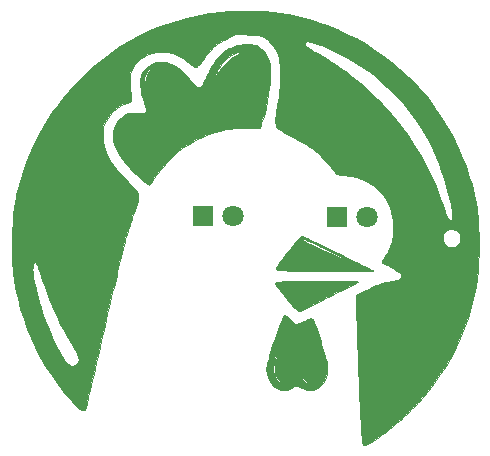
<source format=gbr>
G04 #@! TF.GenerationSoftware,KiCad,Pcbnew,(5.1.4)-1*
G04 #@! TF.CreationDate,2020-11-27T18:52:48+01:00*
G04 #@! TF.ProjectId,SpaceBADGE,53706163-6542-4414-9447-452e6b696361,rev?*
G04 #@! TF.SameCoordinates,Original*
G04 #@! TF.FileFunction,Copper,L1,Top*
G04 #@! TF.FilePolarity,Positive*
%FSLAX46Y46*%
G04 Gerber Fmt 4.6, Leading zero omitted, Abs format (unit mm)*
G04 Created by KiCad (PCBNEW (5.1.4)-1) date 2020-11-27 18:52:48*
%MOMM*%
%LPD*%
G04 APERTURE LIST*
%ADD10C,0.010000*%
%ADD11R,1.800000X1.800000*%
%ADD12C,1.800000*%
G04 APERTURE END LIST*
D10*
G36*
X90051190Y-98200177D02*
G01*
X90281825Y-98201003D01*
X90483449Y-98202850D01*
X90662723Y-98206022D01*
X90826305Y-98210823D01*
X90980856Y-98217555D01*
X91133036Y-98226524D01*
X91289505Y-98238032D01*
X91456924Y-98252383D01*
X91641952Y-98269881D01*
X91851249Y-98290829D01*
X91912133Y-98297049D01*
X92560473Y-98378049D01*
X93228089Y-98489398D01*
X93906907Y-98629133D01*
X94588853Y-98795289D01*
X95265853Y-98985904D01*
X95929834Y-99199012D01*
X96558217Y-99427056D01*
X97365804Y-99758474D01*
X98162741Y-100125875D01*
X98944959Y-100526907D01*
X99708389Y-100959215D01*
X100448962Y-101420447D01*
X101162609Y-101908248D01*
X101845262Y-102420265D01*
X102135334Y-102653087D01*
X102559489Y-103007408D01*
X102951090Y-103348983D01*
X103315749Y-103683380D01*
X103659078Y-104016168D01*
X103986689Y-104352915D01*
X104304195Y-104699187D01*
X104617208Y-105060554D01*
X104868299Y-105364433D01*
X105330665Y-105958841D01*
X105777531Y-106580853D01*
X106206482Y-107225925D01*
X106615105Y-107889514D01*
X107000988Y-108567078D01*
X107361716Y-109254073D01*
X107694876Y-109945956D01*
X107998055Y-110638184D01*
X108268839Y-111326213D01*
X108504815Y-112005501D01*
X108651923Y-112487017D01*
X108762816Y-112888784D01*
X108868311Y-113301706D01*
X108966415Y-113716781D01*
X109055133Y-114125008D01*
X109132473Y-114517386D01*
X109196440Y-114884914D01*
X109226168Y-115079933D01*
X109248084Y-115236322D01*
X109266863Y-115380028D01*
X109282865Y-115516513D01*
X109296452Y-115651241D01*
X109307986Y-115789674D01*
X109317827Y-115937276D01*
X109326336Y-116099509D01*
X109333876Y-116281837D01*
X109340807Y-116489722D01*
X109347490Y-116728628D01*
X109354287Y-117004018D01*
X109354779Y-117024879D01*
X109359459Y-117271095D01*
X109362511Y-117536321D01*
X109364006Y-117815363D01*
X109364015Y-118103030D01*
X109362609Y-118394132D01*
X109359862Y-118683476D01*
X109355843Y-118965871D01*
X109350624Y-119236125D01*
X109344278Y-119489048D01*
X109336876Y-119719447D01*
X109328488Y-119922131D01*
X109319187Y-120091908D01*
X109310987Y-120202267D01*
X109240184Y-120833332D01*
X109136556Y-121486534D01*
X109000899Y-122158282D01*
X108834007Y-122844986D01*
X108636676Y-123543054D01*
X108425368Y-124202767D01*
X108114335Y-125065697D01*
X107775150Y-125898207D01*
X107406482Y-126702628D01*
X107006998Y-127481294D01*
X106575365Y-128236537D01*
X106110251Y-128970692D01*
X105610324Y-129686090D01*
X105074251Y-130385065D01*
X104508716Y-131060767D01*
X104381956Y-131202200D01*
X104229275Y-131366199D01*
X104056330Y-131547132D01*
X103868776Y-131739369D01*
X103672269Y-131937279D01*
X103472466Y-132135231D01*
X103275023Y-132327595D01*
X103085595Y-132508738D01*
X102909839Y-132673031D01*
X102753411Y-132814843D01*
X102696550Y-132864855D01*
X102393119Y-133124864D01*
X102089919Y-133377027D01*
X101790154Y-133618975D01*
X101497027Y-133848338D01*
X101213743Y-134062749D01*
X100943507Y-134259838D01*
X100689522Y-134437234D01*
X100454994Y-134592571D01*
X100243125Y-134723477D01*
X100057121Y-134827585D01*
X100008032Y-134852646D01*
X99873078Y-134915625D01*
X99767364Y-134954753D01*
X99685886Y-134971066D01*
X99623639Y-134965602D01*
X99578368Y-134941679D01*
X99542138Y-134895392D01*
X99514501Y-134831189D01*
X99511054Y-134817850D01*
X99498102Y-134742226D01*
X99483929Y-134626847D01*
X99468691Y-134474267D01*
X99452547Y-134287042D01*
X99435653Y-134067727D01*
X99418168Y-133818878D01*
X99400248Y-133543048D01*
X99382052Y-133242795D01*
X99363736Y-132920672D01*
X99345458Y-132579235D01*
X99327376Y-132221040D01*
X99309646Y-131848641D01*
X99292427Y-131464594D01*
X99275876Y-131071453D01*
X99267821Y-130870267D01*
X99259618Y-130663732D01*
X99250954Y-130449065D01*
X99242193Y-130235054D01*
X99233698Y-130030489D01*
X99225834Y-129844157D01*
X99218965Y-129684847D01*
X99214744Y-129589683D01*
X99202641Y-129314720D01*
X99189461Y-129002888D01*
X99175408Y-128659634D01*
X99160683Y-128290402D01*
X99145490Y-127900640D01*
X99130030Y-127495792D01*
X99114507Y-127081304D01*
X99099124Y-126662623D01*
X99084081Y-126245193D01*
X99069584Y-125834460D01*
X99055833Y-125435870D01*
X99043032Y-125054869D01*
X99031383Y-124696902D01*
X99024159Y-124467350D01*
X99018875Y-124271663D01*
X99014071Y-124045697D01*
X99009924Y-123801501D01*
X99006607Y-123551128D01*
X99004294Y-123306630D01*
X99003160Y-123080059D01*
X99003075Y-123011080D01*
X99002967Y-122232144D01*
X99505675Y-121987885D01*
X99795875Y-121847496D01*
X100052791Y-121724858D01*
X100280791Y-121618374D01*
X100484243Y-121526447D01*
X100667516Y-121447478D01*
X100834978Y-121379870D01*
X100990997Y-121322025D01*
X101139942Y-121272346D01*
X101286181Y-121229235D01*
X101434083Y-121191094D01*
X101588015Y-121156326D01*
X101752346Y-121123333D01*
X101931444Y-121090517D01*
X101984902Y-121081130D01*
X102194483Y-121042607D01*
X102365833Y-121006098D01*
X102502895Y-120969922D01*
X102609611Y-120932401D01*
X102689923Y-120891855D01*
X102747771Y-120846607D01*
X102787099Y-120794976D01*
X102811848Y-120735283D01*
X102813886Y-120728018D01*
X102825497Y-120657685D01*
X102820119Y-120589298D01*
X102795535Y-120521010D01*
X102749530Y-120450978D01*
X102679888Y-120377354D01*
X102584391Y-120298294D01*
X102460823Y-120211952D01*
X102306968Y-120116482D01*
X102120611Y-120010040D01*
X101899533Y-119890778D01*
X101657289Y-119764929D01*
X101522090Y-119695283D01*
X101400108Y-119631762D01*
X101296170Y-119576936D01*
X101215107Y-119533375D01*
X101161746Y-119503649D01*
X101140916Y-119490327D01*
X101140800Y-119490051D01*
X101151174Y-119469682D01*
X101180187Y-119418458D01*
X101224677Y-119341813D01*
X101281482Y-119245179D01*
X101347438Y-119133989D01*
X101372959Y-119091202D01*
X101529546Y-118823974D01*
X101662592Y-118584186D01*
X101774193Y-118365590D01*
X101866448Y-118161937D01*
X101941453Y-117966980D01*
X102001304Y-117774472D01*
X102048100Y-117578165D01*
X102067669Y-117465477D01*
X106330336Y-117465477D01*
X106331525Y-117491207D01*
X106352243Y-117657343D01*
X106395586Y-117794204D01*
X106464738Y-117910114D01*
X106512886Y-117965844D01*
X106659942Y-118095064D01*
X106811743Y-118182229D01*
X106968388Y-118227366D01*
X107129977Y-118230499D01*
X107296608Y-118191651D01*
X107349371Y-118171059D01*
X107508344Y-118088073D01*
X107631590Y-117988697D01*
X107723847Y-117868984D01*
X107734828Y-117849893D01*
X107761097Y-117800369D01*
X107778785Y-117757403D01*
X107789562Y-117710868D01*
X107795098Y-117650638D01*
X107797063Y-117566588D01*
X107797178Y-117471767D01*
X107793574Y-117326001D01*
X107781264Y-117212111D01*
X107756999Y-117119994D01*
X107717528Y-117039544D01*
X107659601Y-116960658D01*
X107617390Y-116912856D01*
X107489194Y-116803125D01*
X107342114Y-116731017D01*
X107177212Y-116696815D01*
X106995545Y-116700803D01*
X106890498Y-116719013D01*
X106717145Y-116775703D01*
X106574615Y-116861102D01*
X106463790Y-116973994D01*
X106385549Y-117113164D01*
X106340771Y-117277397D01*
X106330336Y-117465477D01*
X102067669Y-117465477D01*
X102083936Y-117371811D01*
X102110911Y-117149163D01*
X102131120Y-116903972D01*
X102136749Y-116815600D01*
X102147271Y-116381931D01*
X102124853Y-115971906D01*
X102068754Y-115581689D01*
X101978239Y-115207446D01*
X101852570Y-114845344D01*
X101691007Y-114491547D01*
X101688812Y-114487267D01*
X101494023Y-114150488D01*
X101263598Y-113826167D01*
X101002545Y-113519340D01*
X100715873Y-113235042D01*
X100408587Y-112978307D01*
X100085697Y-112754171D01*
X99807300Y-112595404D01*
X99625150Y-112506495D01*
X99444658Y-112429013D01*
X99260304Y-112361596D01*
X99066566Y-112302877D01*
X98857922Y-112251492D01*
X98628850Y-112206077D01*
X98373829Y-112165267D01*
X98087337Y-112127697D01*
X97775300Y-112093178D01*
X97639938Y-112078470D01*
X97518152Y-112063757D01*
X97416486Y-112049950D01*
X97341488Y-112037961D01*
X97299702Y-112028699D01*
X97294011Y-112026179D01*
X97274199Y-112004402D01*
X97232427Y-111953907D01*
X97172556Y-111879521D01*
X97098448Y-111786074D01*
X97013966Y-111678391D01*
X96947880Y-111593465D01*
X96783288Y-111383112D01*
X96637577Y-111201383D01*
X96505426Y-111042169D01*
X96381512Y-110899362D01*
X96260515Y-110766854D01*
X96137113Y-110638536D01*
X96005983Y-110508299D01*
X95982976Y-110485952D01*
X95813287Y-110325253D01*
X95646974Y-110175970D01*
X95479900Y-110035320D01*
X95307928Y-109900525D01*
X95126921Y-109768801D01*
X94932743Y-109637368D01*
X94721256Y-109503444D01*
X94488324Y-109364249D01*
X94229810Y-109217002D01*
X93941576Y-109058920D01*
X93619487Y-108887224D01*
X93552550Y-108852008D01*
X93330005Y-108733393D01*
X93119368Y-108617713D01*
X92925007Y-108507535D01*
X92751294Y-108405428D01*
X92602597Y-108313962D01*
X92483286Y-108235704D01*
X92397732Y-108173225D01*
X92397434Y-108172986D01*
X92311530Y-108093518D01*
X92245747Y-108005687D01*
X92198337Y-107903578D01*
X92167549Y-107781279D01*
X92151634Y-107632875D01*
X92148842Y-107452453D01*
X92152016Y-107343517D01*
X92157774Y-107226558D01*
X92165779Y-107114641D01*
X92176940Y-107001219D01*
X92192163Y-106879750D01*
X92212357Y-106743689D01*
X92238429Y-106586492D01*
X92271286Y-106401614D01*
X92311836Y-106182511D01*
X92316402Y-106158183D01*
X92374469Y-105839368D01*
X92422508Y-105551596D01*
X92461578Y-105285055D01*
X92492737Y-105029932D01*
X92517044Y-104776415D01*
X92535557Y-104514691D01*
X92549334Y-104234948D01*
X92559435Y-103927372D01*
X92560201Y-103897934D01*
X92564290Y-103484933D01*
X92553845Y-103108664D01*
X92527941Y-102765771D01*
X92485650Y-102452899D01*
X92426046Y-102166693D01*
X92348202Y-101903798D01*
X92251192Y-101660857D01*
X92134088Y-101434515D01*
X91995964Y-101221418D01*
X91862407Y-101051867D01*
X94643797Y-101051867D01*
X94653362Y-101096746D01*
X94681525Y-101137140D01*
X94698033Y-101154952D01*
X94759269Y-101209385D01*
X94853068Y-101279998D01*
X94974406Y-101363490D01*
X95118261Y-101456561D01*
X95279609Y-101555908D01*
X95453430Y-101658232D01*
X95531633Y-101702819D01*
X95991477Y-101965789D01*
X96417369Y-102216825D01*
X96814686Y-102459650D01*
X97188806Y-102697991D01*
X97545108Y-102935571D01*
X97888970Y-103176115D01*
X98225770Y-103423347D01*
X98560885Y-103680992D01*
X98899695Y-103952776D01*
X99247576Y-104242421D01*
X99457575Y-104421748D01*
X99752337Y-104681179D01*
X100060681Y-104962925D01*
X100374728Y-105259310D01*
X100686597Y-105562658D01*
X100988411Y-105865293D01*
X101272289Y-106159541D01*
X101530353Y-106437725D01*
X101555099Y-106465100D01*
X102201158Y-107210198D01*
X102807345Y-107968337D01*
X103374417Y-108740669D01*
X103903132Y-109528348D01*
X104394248Y-110332528D01*
X104848521Y-111154361D01*
X105266710Y-111995000D01*
X105448706Y-112391767D01*
X105551737Y-112624943D01*
X105647487Y-112847449D01*
X105738417Y-113065632D01*
X105826989Y-113285843D01*
X105915661Y-113514430D01*
X106006896Y-113757744D01*
X106103155Y-114022134D01*
X106206898Y-114313949D01*
X106320586Y-114639537D01*
X106326500Y-114656600D01*
X106414795Y-114909605D01*
X106491594Y-115125300D01*
X106558226Y-115306718D01*
X106616017Y-115456894D01*
X106666295Y-115578861D01*
X106710389Y-115675654D01*
X106749626Y-115750305D01*
X106785333Y-115805850D01*
X106818839Y-115845322D01*
X106851471Y-115871755D01*
X106860700Y-115877271D01*
X106936207Y-115901724D01*
X107011516Y-115897837D01*
X107054001Y-115878408D01*
X107092351Y-115825619D01*
X107116425Y-115735850D01*
X107126881Y-115611736D01*
X107124374Y-115455908D01*
X107109564Y-115271000D01*
X107083107Y-115059643D01*
X107045661Y-114824472D01*
X106997882Y-114568119D01*
X106940429Y-114293216D01*
X106873959Y-114002397D01*
X106799130Y-113698294D01*
X106716597Y-113383540D01*
X106627020Y-113060768D01*
X106531055Y-112732611D01*
X106429360Y-112401702D01*
X106322592Y-112070672D01*
X106211408Y-111742157D01*
X106096466Y-111418787D01*
X105978424Y-111103196D01*
X105857938Y-110798016D01*
X105735666Y-110505881D01*
X105681889Y-110383095D01*
X105310977Y-109599651D01*
X104904394Y-108837799D01*
X104463072Y-108098716D01*
X103987944Y-107383579D01*
X103479943Y-106693564D01*
X102940003Y-106029849D01*
X102369056Y-105393610D01*
X101768034Y-104786025D01*
X101137872Y-104208270D01*
X100479501Y-103661523D01*
X100156550Y-103412559D01*
X99506012Y-102946858D01*
X98836038Y-102513531D01*
X98149992Y-102114375D01*
X97451241Y-101751185D01*
X96743149Y-101425760D01*
X96029082Y-101139896D01*
X95642982Y-101002880D01*
X95439366Y-100935189D01*
X95270496Y-100882133D01*
X95131850Y-100842530D01*
X95018908Y-100815198D01*
X94927147Y-100798954D01*
X94852046Y-100792616D01*
X94838179Y-100792433D01*
X94752557Y-100802285D01*
X94695916Y-100835755D01*
X94662403Y-100898718D01*
X94647321Y-100983921D01*
X94643797Y-101051867D01*
X91862407Y-101051867D01*
X91835894Y-101018210D01*
X91733438Y-100904414D01*
X91577440Y-100746744D01*
X91434032Y-100619947D01*
X91295386Y-100517812D01*
X91153671Y-100434130D01*
X91116809Y-100415347D01*
X91026980Y-100372550D01*
X90941553Y-100336352D01*
X90855967Y-100306140D01*
X90765657Y-100281305D01*
X90666062Y-100261236D01*
X90552618Y-100245320D01*
X90420762Y-100232948D01*
X90265931Y-100223509D01*
X90083562Y-100216392D01*
X89869092Y-100210985D01*
X89617958Y-100206679D01*
X89551108Y-100205733D01*
X88724667Y-100194386D01*
X88259942Y-100428982D01*
X88117972Y-100501437D01*
X87976896Y-100574861D01*
X87844964Y-100644854D01*
X87730426Y-100707018D01*
X87641532Y-100756953D01*
X87609826Y-100775631D01*
X87242093Y-101019048D01*
X86908089Y-101284096D01*
X86609250Y-101569467D01*
X86347014Y-101873855D01*
X86233219Y-102028255D01*
X86175682Y-102108966D01*
X86099712Y-102213098D01*
X86012757Y-102330570D01*
X85922268Y-102451302D01*
X85858467Y-102535429D01*
X85737859Y-102688599D01*
X85636084Y-102806760D01*
X85551202Y-102891788D01*
X85481273Y-102945561D01*
X85424357Y-102969954D01*
X85407234Y-102971897D01*
X85373184Y-102959477D01*
X85307419Y-102922369D01*
X85211725Y-102861764D01*
X85087890Y-102778853D01*
X84937700Y-102674827D01*
X84762941Y-102550878D01*
X84605523Y-102437360D01*
X84378834Y-102276906D01*
X84176279Y-102142929D01*
X83991781Y-102032249D01*
X83819263Y-101941686D01*
X83652651Y-101868061D01*
X83485866Y-101808194D01*
X83312834Y-101758906D01*
X83305429Y-101757042D01*
X83066659Y-101705015D01*
X82844156Y-101674479D01*
X82618935Y-101663486D01*
X82429467Y-101667212D01*
X82068826Y-101702656D01*
X81724791Y-101776191D01*
X81398708Y-101887259D01*
X81091920Y-102035298D01*
X80805771Y-102219751D01*
X80541607Y-102440056D01*
X80517412Y-102463111D01*
X80338213Y-102645518D01*
X80193499Y-102816148D01*
X80079650Y-102981663D01*
X79993047Y-103148727D01*
X79930069Y-103324002D01*
X79887097Y-103514153D01*
X79866890Y-103660517D01*
X79858274Y-103778437D01*
X79853570Y-103931165D01*
X79852521Y-104111381D01*
X79854871Y-104311765D01*
X79860361Y-104524996D01*
X79868735Y-104743756D01*
X79879737Y-104960723D01*
X79893108Y-105168578D01*
X79908593Y-105360000D01*
X79925934Y-105527671D01*
X79934913Y-105598090D01*
X79948370Y-105701337D01*
X79952951Y-105778585D01*
X79943786Y-105835665D01*
X79916011Y-105878410D01*
X79864757Y-105912652D01*
X79785156Y-105944222D01*
X79672342Y-105978953D01*
X79599445Y-106000051D01*
X79289153Y-106110987D01*
X78993305Y-106260751D01*
X78710977Y-106449920D01*
X78441243Y-106679068D01*
X78327215Y-106791775D01*
X78126318Y-107018845D01*
X77949329Y-107258948D01*
X77799306Y-107506422D01*
X77679310Y-107755605D01*
X77592402Y-108000836D01*
X77541640Y-108236451D01*
X77540050Y-108248305D01*
X77529647Y-108361096D01*
X77522971Y-108502895D01*
X77519923Y-108662962D01*
X77520401Y-108830561D01*
X77524305Y-108994952D01*
X77531535Y-109145400D01*
X77541988Y-109271164D01*
X77550232Y-109333183D01*
X77609786Y-109614243D01*
X77698030Y-109901864D01*
X77817134Y-110202368D01*
X77934200Y-110452486D01*
X78015056Y-110608857D01*
X78100923Y-110761162D01*
X78194339Y-110912641D01*
X78297844Y-111066528D01*
X78413977Y-111226061D01*
X78545276Y-111394478D01*
X78694281Y-111575014D01*
X78863530Y-111770906D01*
X79055562Y-111985392D01*
X79272916Y-112221708D01*
X79518132Y-112483092D01*
X79569688Y-112537550D01*
X79765792Y-112745271D01*
X79933796Y-112925159D01*
X80075536Y-113079314D01*
X80192848Y-113209836D01*
X80287566Y-113318825D01*
X80361527Y-113408380D01*
X80416566Y-113480603D01*
X80454518Y-113537594D01*
X80472246Y-113570274D01*
X80523469Y-113698038D01*
X80553301Y-113825515D01*
X80561750Y-113960424D01*
X80548828Y-114110481D01*
X80514542Y-114283405D01*
X80473329Y-114437900D01*
X80454792Y-114501478D01*
X80436539Y-114562323D01*
X80417186Y-114624417D01*
X80395350Y-114691743D01*
X80369647Y-114768283D01*
X80338694Y-114858018D01*
X80301106Y-114964931D01*
X80255501Y-115093005D01*
X80200494Y-115246222D01*
X80134702Y-115428563D01*
X80056742Y-115644011D01*
X79996535Y-115810183D01*
X79927894Y-116001230D01*
X79864221Y-116182439D01*
X79804378Y-116357771D01*
X79747227Y-116531193D01*
X79691631Y-116706666D01*
X79636451Y-116888155D01*
X79580551Y-117079624D01*
X79522793Y-117285036D01*
X79462037Y-117508355D01*
X79397148Y-117753545D01*
X79326987Y-118024569D01*
X79250417Y-118325391D01*
X79166300Y-118659975D01*
X79085205Y-118985183D01*
X79011860Y-119281215D01*
X78937708Y-119582677D01*
X78862303Y-119891477D01*
X78785200Y-120209525D01*
X78705955Y-120538728D01*
X78624122Y-120880995D01*
X78539256Y-121238235D01*
X78450912Y-121612357D01*
X78358645Y-122005269D01*
X78262010Y-122418880D01*
X78160562Y-122855099D01*
X78053856Y-123315834D01*
X77941446Y-123802993D01*
X77822888Y-124318486D01*
X77697736Y-124864222D01*
X77565546Y-125442107D01*
X77425872Y-126054053D01*
X77278270Y-126701966D01*
X77122294Y-127387756D01*
X76989938Y-127970433D01*
X76868845Y-128503167D01*
X76756749Y-128994996D01*
X76653547Y-129446359D01*
X76559136Y-129857694D01*
X76473414Y-130229440D01*
X76396278Y-130562035D01*
X76327625Y-130855918D01*
X76267351Y-131111527D01*
X76215355Y-131329302D01*
X76171532Y-131509681D01*
X76135781Y-131653103D01*
X76107999Y-131760005D01*
X76088081Y-131830827D01*
X76076690Y-131864326D01*
X76034966Y-131949264D01*
X75994409Y-132000802D01*
X75945736Y-132026566D01*
X75879663Y-132034179D01*
X75869811Y-132034235D01*
X75770864Y-132019756D01*
X75667030Y-131973509D01*
X75665721Y-131972760D01*
X75571486Y-131909026D01*
X75455396Y-131814371D01*
X75320571Y-131692056D01*
X75170134Y-131545340D01*
X75007205Y-131377485D01*
X74834905Y-131191749D01*
X74656356Y-130991393D01*
X74474679Y-130779677D01*
X74292994Y-130559861D01*
X74189838Y-130431195D01*
X73640578Y-129709191D01*
X73130115Y-128977597D01*
X72657618Y-128234522D01*
X72222258Y-127478075D01*
X71823206Y-126706367D01*
X71459633Y-125917506D01*
X71130710Y-125109601D01*
X70835607Y-124280763D01*
X70573495Y-123429100D01*
X70343544Y-122552722D01*
X70144927Y-121649737D01*
X70005208Y-120890183D01*
X69949242Y-120505799D01*
X69906048Y-120100546D01*
X71590255Y-120100546D01*
X71601545Y-120320286D01*
X71626594Y-120567846D01*
X71664978Y-120840941D01*
X71716272Y-121137287D01*
X71780054Y-121454600D01*
X71855899Y-121790595D01*
X71943384Y-122142986D01*
X72042084Y-122509491D01*
X72151577Y-122887823D01*
X72271438Y-123275699D01*
X72401244Y-123670833D01*
X72519639Y-124012267D01*
X72660010Y-124396232D01*
X72807497Y-124778751D01*
X72960525Y-125156609D01*
X73117521Y-125526593D01*
X73276912Y-125885490D01*
X73437125Y-126230087D01*
X73596585Y-126557169D01*
X73753719Y-126863525D01*
X73906955Y-127145939D01*
X74054717Y-127401199D01*
X74195434Y-127626092D01*
X74327531Y-127817403D01*
X74449435Y-127971920D01*
X74470049Y-127995438D01*
X74593864Y-128111027D01*
X74725125Y-128191148D01*
X74859448Y-128234402D01*
X74992449Y-128239388D01*
X75119746Y-128204706D01*
X75122003Y-128203690D01*
X75200132Y-128157346D01*
X75286695Y-128089186D01*
X75370013Y-128010170D01*
X75438404Y-127931262D01*
X75477017Y-127870506D01*
X75497919Y-127810572D01*
X75506271Y-127742015D01*
X75500993Y-127662184D01*
X75481002Y-127568423D01*
X75445214Y-127458079D01*
X75392549Y-127328498D01*
X75321923Y-127177027D01*
X75232254Y-127001010D01*
X75122461Y-126797795D01*
X74991459Y-126564727D01*
X74838168Y-126299153D01*
X74831480Y-126287683D01*
X74603431Y-125893257D01*
X74396181Y-125526857D01*
X74206386Y-125181735D01*
X74030700Y-124851144D01*
X73865779Y-124528338D01*
X73708277Y-124206570D01*
X73554850Y-123879091D01*
X73402152Y-123539155D01*
X73246839Y-123180015D01*
X73085565Y-122794923D01*
X73016077Y-122625850D01*
X72815550Y-122112932D01*
X72618551Y-121563148D01*
X72424125Y-120973824D01*
X72417605Y-120953240D01*
X72321329Y-120652978D01*
X72234689Y-120391839D01*
X72156863Y-120167921D01*
X72087028Y-119979328D01*
X72024364Y-119824160D01*
X71968046Y-119700517D01*
X71917253Y-119606500D01*
X71871163Y-119540211D01*
X71828954Y-119499750D01*
X71789802Y-119483218D01*
X71780825Y-119482600D01*
X71744087Y-119497831D01*
X71700051Y-119535463D01*
X71691151Y-119545482D01*
X71643171Y-119631095D01*
X71610644Y-119753666D01*
X71593146Y-119910912D01*
X71590255Y-120100546D01*
X69906048Y-120100546D01*
X69904181Y-120083033D01*
X69870075Y-119624423D01*
X69846976Y-119132506D01*
X69834931Y-118609819D01*
X69833993Y-118058898D01*
X69844210Y-117482281D01*
X69865634Y-116882503D01*
X69898313Y-116262103D01*
X69910160Y-116074767D01*
X69929774Y-115795495D01*
X69950178Y-115548184D01*
X69972514Y-115322461D01*
X69997924Y-115107954D01*
X70027551Y-114894291D01*
X70062537Y-114671101D01*
X70069228Y-114630694D01*
X70231946Y-113782300D01*
X70436456Y-112936913D01*
X70682251Y-112095842D01*
X70968824Y-111260397D01*
X71295669Y-110431890D01*
X71662277Y-109611630D01*
X72068142Y-108800928D01*
X72512757Y-108001093D01*
X72852371Y-107439419D01*
X73274608Y-106793374D01*
X73721606Y-106166876D01*
X74197235Y-105555055D01*
X74705364Y-104953040D01*
X75249864Y-104355962D01*
X75549920Y-104044533D01*
X76198540Y-103412426D01*
X76871421Y-102813389D01*
X77567306Y-102248149D01*
X78284940Y-101717433D01*
X79023067Y-101221970D01*
X79780431Y-100762486D01*
X80555776Y-100339710D01*
X81347847Y-99954367D01*
X82155386Y-99607186D01*
X82977139Y-99298893D01*
X83811850Y-99030217D01*
X84560315Y-98826080D01*
X84977745Y-98725456D01*
X85393360Y-98632476D01*
X85801569Y-98548158D01*
X86196781Y-98473515D01*
X86573404Y-98409563D01*
X86925848Y-98357318D01*
X87248521Y-98317795D01*
X87477717Y-98296312D01*
X87740375Y-98275781D01*
X87967219Y-98258412D01*
X88164631Y-98243941D01*
X88338990Y-98232100D01*
X88496677Y-98222625D01*
X88644073Y-98215247D01*
X88787558Y-98209703D01*
X88933513Y-98205724D01*
X89088319Y-98203045D01*
X89258356Y-98201401D01*
X89450004Y-98200524D01*
X89669645Y-98200148D01*
X89784883Y-98200069D01*
X90051190Y-98200177D01*
X90051190Y-98200177D01*
G37*
X90051190Y-98200177D02*
X90281825Y-98201003D01*
X90483449Y-98202850D01*
X90662723Y-98206022D01*
X90826305Y-98210823D01*
X90980856Y-98217555D01*
X91133036Y-98226524D01*
X91289505Y-98238032D01*
X91456924Y-98252383D01*
X91641952Y-98269881D01*
X91851249Y-98290829D01*
X91912133Y-98297049D01*
X92560473Y-98378049D01*
X93228089Y-98489398D01*
X93906907Y-98629133D01*
X94588853Y-98795289D01*
X95265853Y-98985904D01*
X95929834Y-99199012D01*
X96558217Y-99427056D01*
X97365804Y-99758474D01*
X98162741Y-100125875D01*
X98944959Y-100526907D01*
X99708389Y-100959215D01*
X100448962Y-101420447D01*
X101162609Y-101908248D01*
X101845262Y-102420265D01*
X102135334Y-102653087D01*
X102559489Y-103007408D01*
X102951090Y-103348983D01*
X103315749Y-103683380D01*
X103659078Y-104016168D01*
X103986689Y-104352915D01*
X104304195Y-104699187D01*
X104617208Y-105060554D01*
X104868299Y-105364433D01*
X105330665Y-105958841D01*
X105777531Y-106580853D01*
X106206482Y-107225925D01*
X106615105Y-107889514D01*
X107000988Y-108567078D01*
X107361716Y-109254073D01*
X107694876Y-109945956D01*
X107998055Y-110638184D01*
X108268839Y-111326213D01*
X108504815Y-112005501D01*
X108651923Y-112487017D01*
X108762816Y-112888784D01*
X108868311Y-113301706D01*
X108966415Y-113716781D01*
X109055133Y-114125008D01*
X109132473Y-114517386D01*
X109196440Y-114884914D01*
X109226168Y-115079933D01*
X109248084Y-115236322D01*
X109266863Y-115380028D01*
X109282865Y-115516513D01*
X109296452Y-115651241D01*
X109307986Y-115789674D01*
X109317827Y-115937276D01*
X109326336Y-116099509D01*
X109333876Y-116281837D01*
X109340807Y-116489722D01*
X109347490Y-116728628D01*
X109354287Y-117004018D01*
X109354779Y-117024879D01*
X109359459Y-117271095D01*
X109362511Y-117536321D01*
X109364006Y-117815363D01*
X109364015Y-118103030D01*
X109362609Y-118394132D01*
X109359862Y-118683476D01*
X109355843Y-118965871D01*
X109350624Y-119236125D01*
X109344278Y-119489048D01*
X109336876Y-119719447D01*
X109328488Y-119922131D01*
X109319187Y-120091908D01*
X109310987Y-120202267D01*
X109240184Y-120833332D01*
X109136556Y-121486534D01*
X109000899Y-122158282D01*
X108834007Y-122844986D01*
X108636676Y-123543054D01*
X108425368Y-124202767D01*
X108114335Y-125065697D01*
X107775150Y-125898207D01*
X107406482Y-126702628D01*
X107006998Y-127481294D01*
X106575365Y-128236537D01*
X106110251Y-128970692D01*
X105610324Y-129686090D01*
X105074251Y-130385065D01*
X104508716Y-131060767D01*
X104381956Y-131202200D01*
X104229275Y-131366199D01*
X104056330Y-131547132D01*
X103868776Y-131739369D01*
X103672269Y-131937279D01*
X103472466Y-132135231D01*
X103275023Y-132327595D01*
X103085595Y-132508738D01*
X102909839Y-132673031D01*
X102753411Y-132814843D01*
X102696550Y-132864855D01*
X102393119Y-133124864D01*
X102089919Y-133377027D01*
X101790154Y-133618975D01*
X101497027Y-133848338D01*
X101213743Y-134062749D01*
X100943507Y-134259838D01*
X100689522Y-134437234D01*
X100454994Y-134592571D01*
X100243125Y-134723477D01*
X100057121Y-134827585D01*
X100008032Y-134852646D01*
X99873078Y-134915625D01*
X99767364Y-134954753D01*
X99685886Y-134971066D01*
X99623639Y-134965602D01*
X99578368Y-134941679D01*
X99542138Y-134895392D01*
X99514501Y-134831189D01*
X99511054Y-134817850D01*
X99498102Y-134742226D01*
X99483929Y-134626847D01*
X99468691Y-134474267D01*
X99452547Y-134287042D01*
X99435653Y-134067727D01*
X99418168Y-133818878D01*
X99400248Y-133543048D01*
X99382052Y-133242795D01*
X99363736Y-132920672D01*
X99345458Y-132579235D01*
X99327376Y-132221040D01*
X99309646Y-131848641D01*
X99292427Y-131464594D01*
X99275876Y-131071453D01*
X99267821Y-130870267D01*
X99259618Y-130663732D01*
X99250954Y-130449065D01*
X99242193Y-130235054D01*
X99233698Y-130030489D01*
X99225834Y-129844157D01*
X99218965Y-129684847D01*
X99214744Y-129589683D01*
X99202641Y-129314720D01*
X99189461Y-129002888D01*
X99175408Y-128659634D01*
X99160683Y-128290402D01*
X99145490Y-127900640D01*
X99130030Y-127495792D01*
X99114507Y-127081304D01*
X99099124Y-126662623D01*
X99084081Y-126245193D01*
X99069584Y-125834460D01*
X99055833Y-125435870D01*
X99043032Y-125054869D01*
X99031383Y-124696902D01*
X99024159Y-124467350D01*
X99018875Y-124271663D01*
X99014071Y-124045697D01*
X99009924Y-123801501D01*
X99006607Y-123551128D01*
X99004294Y-123306630D01*
X99003160Y-123080059D01*
X99003075Y-123011080D01*
X99002967Y-122232144D01*
X99505675Y-121987885D01*
X99795875Y-121847496D01*
X100052791Y-121724858D01*
X100280791Y-121618374D01*
X100484243Y-121526447D01*
X100667516Y-121447478D01*
X100834978Y-121379870D01*
X100990997Y-121322025D01*
X101139942Y-121272346D01*
X101286181Y-121229235D01*
X101434083Y-121191094D01*
X101588015Y-121156326D01*
X101752346Y-121123333D01*
X101931444Y-121090517D01*
X101984902Y-121081130D01*
X102194483Y-121042607D01*
X102365833Y-121006098D01*
X102502895Y-120969922D01*
X102609611Y-120932401D01*
X102689923Y-120891855D01*
X102747771Y-120846607D01*
X102787099Y-120794976D01*
X102811848Y-120735283D01*
X102813886Y-120728018D01*
X102825497Y-120657685D01*
X102820119Y-120589298D01*
X102795535Y-120521010D01*
X102749530Y-120450978D01*
X102679888Y-120377354D01*
X102584391Y-120298294D01*
X102460823Y-120211952D01*
X102306968Y-120116482D01*
X102120611Y-120010040D01*
X101899533Y-119890778D01*
X101657289Y-119764929D01*
X101522090Y-119695283D01*
X101400108Y-119631762D01*
X101296170Y-119576936D01*
X101215107Y-119533375D01*
X101161746Y-119503649D01*
X101140916Y-119490327D01*
X101140800Y-119490051D01*
X101151174Y-119469682D01*
X101180187Y-119418458D01*
X101224677Y-119341813D01*
X101281482Y-119245179D01*
X101347438Y-119133989D01*
X101372959Y-119091202D01*
X101529546Y-118823974D01*
X101662592Y-118584186D01*
X101774193Y-118365590D01*
X101866448Y-118161937D01*
X101941453Y-117966980D01*
X102001304Y-117774472D01*
X102048100Y-117578165D01*
X102067669Y-117465477D01*
X106330336Y-117465477D01*
X106331525Y-117491207D01*
X106352243Y-117657343D01*
X106395586Y-117794204D01*
X106464738Y-117910114D01*
X106512886Y-117965844D01*
X106659942Y-118095064D01*
X106811743Y-118182229D01*
X106968388Y-118227366D01*
X107129977Y-118230499D01*
X107296608Y-118191651D01*
X107349371Y-118171059D01*
X107508344Y-118088073D01*
X107631590Y-117988697D01*
X107723847Y-117868984D01*
X107734828Y-117849893D01*
X107761097Y-117800369D01*
X107778785Y-117757403D01*
X107789562Y-117710868D01*
X107795098Y-117650638D01*
X107797063Y-117566588D01*
X107797178Y-117471767D01*
X107793574Y-117326001D01*
X107781264Y-117212111D01*
X107756999Y-117119994D01*
X107717528Y-117039544D01*
X107659601Y-116960658D01*
X107617390Y-116912856D01*
X107489194Y-116803125D01*
X107342114Y-116731017D01*
X107177212Y-116696815D01*
X106995545Y-116700803D01*
X106890498Y-116719013D01*
X106717145Y-116775703D01*
X106574615Y-116861102D01*
X106463790Y-116973994D01*
X106385549Y-117113164D01*
X106340771Y-117277397D01*
X106330336Y-117465477D01*
X102067669Y-117465477D01*
X102083936Y-117371811D01*
X102110911Y-117149163D01*
X102131120Y-116903972D01*
X102136749Y-116815600D01*
X102147271Y-116381931D01*
X102124853Y-115971906D01*
X102068754Y-115581689D01*
X101978239Y-115207446D01*
X101852570Y-114845344D01*
X101691007Y-114491547D01*
X101688812Y-114487267D01*
X101494023Y-114150488D01*
X101263598Y-113826167D01*
X101002545Y-113519340D01*
X100715873Y-113235042D01*
X100408587Y-112978307D01*
X100085697Y-112754171D01*
X99807300Y-112595404D01*
X99625150Y-112506495D01*
X99444658Y-112429013D01*
X99260304Y-112361596D01*
X99066566Y-112302877D01*
X98857922Y-112251492D01*
X98628850Y-112206077D01*
X98373829Y-112165267D01*
X98087337Y-112127697D01*
X97775300Y-112093178D01*
X97639938Y-112078470D01*
X97518152Y-112063757D01*
X97416486Y-112049950D01*
X97341488Y-112037961D01*
X97299702Y-112028699D01*
X97294011Y-112026179D01*
X97274199Y-112004402D01*
X97232427Y-111953907D01*
X97172556Y-111879521D01*
X97098448Y-111786074D01*
X97013966Y-111678391D01*
X96947880Y-111593465D01*
X96783288Y-111383112D01*
X96637577Y-111201383D01*
X96505426Y-111042169D01*
X96381512Y-110899362D01*
X96260515Y-110766854D01*
X96137113Y-110638536D01*
X96005983Y-110508299D01*
X95982976Y-110485952D01*
X95813287Y-110325253D01*
X95646974Y-110175970D01*
X95479900Y-110035320D01*
X95307928Y-109900525D01*
X95126921Y-109768801D01*
X94932743Y-109637368D01*
X94721256Y-109503444D01*
X94488324Y-109364249D01*
X94229810Y-109217002D01*
X93941576Y-109058920D01*
X93619487Y-108887224D01*
X93552550Y-108852008D01*
X93330005Y-108733393D01*
X93119368Y-108617713D01*
X92925007Y-108507535D01*
X92751294Y-108405428D01*
X92602597Y-108313962D01*
X92483286Y-108235704D01*
X92397732Y-108173225D01*
X92397434Y-108172986D01*
X92311530Y-108093518D01*
X92245747Y-108005687D01*
X92198337Y-107903578D01*
X92167549Y-107781279D01*
X92151634Y-107632875D01*
X92148842Y-107452453D01*
X92152016Y-107343517D01*
X92157774Y-107226558D01*
X92165779Y-107114641D01*
X92176940Y-107001219D01*
X92192163Y-106879750D01*
X92212357Y-106743689D01*
X92238429Y-106586492D01*
X92271286Y-106401614D01*
X92311836Y-106182511D01*
X92316402Y-106158183D01*
X92374469Y-105839368D01*
X92422508Y-105551596D01*
X92461578Y-105285055D01*
X92492737Y-105029932D01*
X92517044Y-104776415D01*
X92535557Y-104514691D01*
X92549334Y-104234948D01*
X92559435Y-103927372D01*
X92560201Y-103897934D01*
X92564290Y-103484933D01*
X92553845Y-103108664D01*
X92527941Y-102765771D01*
X92485650Y-102452899D01*
X92426046Y-102166693D01*
X92348202Y-101903798D01*
X92251192Y-101660857D01*
X92134088Y-101434515D01*
X91995964Y-101221418D01*
X91862407Y-101051867D01*
X94643797Y-101051867D01*
X94653362Y-101096746D01*
X94681525Y-101137140D01*
X94698033Y-101154952D01*
X94759269Y-101209385D01*
X94853068Y-101279998D01*
X94974406Y-101363490D01*
X95118261Y-101456561D01*
X95279609Y-101555908D01*
X95453430Y-101658232D01*
X95531633Y-101702819D01*
X95991477Y-101965789D01*
X96417369Y-102216825D01*
X96814686Y-102459650D01*
X97188806Y-102697991D01*
X97545108Y-102935571D01*
X97888970Y-103176115D01*
X98225770Y-103423347D01*
X98560885Y-103680992D01*
X98899695Y-103952776D01*
X99247576Y-104242421D01*
X99457575Y-104421748D01*
X99752337Y-104681179D01*
X100060681Y-104962925D01*
X100374728Y-105259310D01*
X100686597Y-105562658D01*
X100988411Y-105865293D01*
X101272289Y-106159541D01*
X101530353Y-106437725D01*
X101555099Y-106465100D01*
X102201158Y-107210198D01*
X102807345Y-107968337D01*
X103374417Y-108740669D01*
X103903132Y-109528348D01*
X104394248Y-110332528D01*
X104848521Y-111154361D01*
X105266710Y-111995000D01*
X105448706Y-112391767D01*
X105551737Y-112624943D01*
X105647487Y-112847449D01*
X105738417Y-113065632D01*
X105826989Y-113285843D01*
X105915661Y-113514430D01*
X106006896Y-113757744D01*
X106103155Y-114022134D01*
X106206898Y-114313949D01*
X106320586Y-114639537D01*
X106326500Y-114656600D01*
X106414795Y-114909605D01*
X106491594Y-115125300D01*
X106558226Y-115306718D01*
X106616017Y-115456894D01*
X106666295Y-115578861D01*
X106710389Y-115675654D01*
X106749626Y-115750305D01*
X106785333Y-115805850D01*
X106818839Y-115845322D01*
X106851471Y-115871755D01*
X106860700Y-115877271D01*
X106936207Y-115901724D01*
X107011516Y-115897837D01*
X107054001Y-115878408D01*
X107092351Y-115825619D01*
X107116425Y-115735850D01*
X107126881Y-115611736D01*
X107124374Y-115455908D01*
X107109564Y-115271000D01*
X107083107Y-115059643D01*
X107045661Y-114824472D01*
X106997882Y-114568119D01*
X106940429Y-114293216D01*
X106873959Y-114002397D01*
X106799130Y-113698294D01*
X106716597Y-113383540D01*
X106627020Y-113060768D01*
X106531055Y-112732611D01*
X106429360Y-112401702D01*
X106322592Y-112070672D01*
X106211408Y-111742157D01*
X106096466Y-111418787D01*
X105978424Y-111103196D01*
X105857938Y-110798016D01*
X105735666Y-110505881D01*
X105681889Y-110383095D01*
X105310977Y-109599651D01*
X104904394Y-108837799D01*
X104463072Y-108098716D01*
X103987944Y-107383579D01*
X103479943Y-106693564D01*
X102940003Y-106029849D01*
X102369056Y-105393610D01*
X101768034Y-104786025D01*
X101137872Y-104208270D01*
X100479501Y-103661523D01*
X100156550Y-103412559D01*
X99506012Y-102946858D01*
X98836038Y-102513531D01*
X98149992Y-102114375D01*
X97451241Y-101751185D01*
X96743149Y-101425760D01*
X96029082Y-101139896D01*
X95642982Y-101002880D01*
X95439366Y-100935189D01*
X95270496Y-100882133D01*
X95131850Y-100842530D01*
X95018908Y-100815198D01*
X94927147Y-100798954D01*
X94852046Y-100792616D01*
X94838179Y-100792433D01*
X94752557Y-100802285D01*
X94695916Y-100835755D01*
X94662403Y-100898718D01*
X94647321Y-100983921D01*
X94643797Y-101051867D01*
X91862407Y-101051867D01*
X91835894Y-101018210D01*
X91733438Y-100904414D01*
X91577440Y-100746744D01*
X91434032Y-100619947D01*
X91295386Y-100517812D01*
X91153671Y-100434130D01*
X91116809Y-100415347D01*
X91026980Y-100372550D01*
X90941553Y-100336352D01*
X90855967Y-100306140D01*
X90765657Y-100281305D01*
X90666062Y-100261236D01*
X90552618Y-100245320D01*
X90420762Y-100232948D01*
X90265931Y-100223509D01*
X90083562Y-100216392D01*
X89869092Y-100210985D01*
X89617958Y-100206679D01*
X89551108Y-100205733D01*
X88724667Y-100194386D01*
X88259942Y-100428982D01*
X88117972Y-100501437D01*
X87976896Y-100574861D01*
X87844964Y-100644854D01*
X87730426Y-100707018D01*
X87641532Y-100756953D01*
X87609826Y-100775631D01*
X87242093Y-101019048D01*
X86908089Y-101284096D01*
X86609250Y-101569467D01*
X86347014Y-101873855D01*
X86233219Y-102028255D01*
X86175682Y-102108966D01*
X86099712Y-102213098D01*
X86012757Y-102330570D01*
X85922268Y-102451302D01*
X85858467Y-102535429D01*
X85737859Y-102688599D01*
X85636084Y-102806760D01*
X85551202Y-102891788D01*
X85481273Y-102945561D01*
X85424357Y-102969954D01*
X85407234Y-102971897D01*
X85373184Y-102959477D01*
X85307419Y-102922369D01*
X85211725Y-102861764D01*
X85087890Y-102778853D01*
X84937700Y-102674827D01*
X84762941Y-102550878D01*
X84605523Y-102437360D01*
X84378834Y-102276906D01*
X84176279Y-102142929D01*
X83991781Y-102032249D01*
X83819263Y-101941686D01*
X83652651Y-101868061D01*
X83485866Y-101808194D01*
X83312834Y-101758906D01*
X83305429Y-101757042D01*
X83066659Y-101705015D01*
X82844156Y-101674479D01*
X82618935Y-101663486D01*
X82429467Y-101667212D01*
X82068826Y-101702656D01*
X81724791Y-101776191D01*
X81398708Y-101887259D01*
X81091920Y-102035298D01*
X80805771Y-102219751D01*
X80541607Y-102440056D01*
X80517412Y-102463111D01*
X80338213Y-102645518D01*
X80193499Y-102816148D01*
X80079650Y-102981663D01*
X79993047Y-103148727D01*
X79930069Y-103324002D01*
X79887097Y-103514153D01*
X79866890Y-103660517D01*
X79858274Y-103778437D01*
X79853570Y-103931165D01*
X79852521Y-104111381D01*
X79854871Y-104311765D01*
X79860361Y-104524996D01*
X79868735Y-104743756D01*
X79879737Y-104960723D01*
X79893108Y-105168578D01*
X79908593Y-105360000D01*
X79925934Y-105527671D01*
X79934913Y-105598090D01*
X79948370Y-105701337D01*
X79952951Y-105778585D01*
X79943786Y-105835665D01*
X79916011Y-105878410D01*
X79864757Y-105912652D01*
X79785156Y-105944222D01*
X79672342Y-105978953D01*
X79599445Y-106000051D01*
X79289153Y-106110987D01*
X78993305Y-106260751D01*
X78710977Y-106449920D01*
X78441243Y-106679068D01*
X78327215Y-106791775D01*
X78126318Y-107018845D01*
X77949329Y-107258948D01*
X77799306Y-107506422D01*
X77679310Y-107755605D01*
X77592402Y-108000836D01*
X77541640Y-108236451D01*
X77540050Y-108248305D01*
X77529647Y-108361096D01*
X77522971Y-108502895D01*
X77519923Y-108662962D01*
X77520401Y-108830561D01*
X77524305Y-108994952D01*
X77531535Y-109145400D01*
X77541988Y-109271164D01*
X77550232Y-109333183D01*
X77609786Y-109614243D01*
X77698030Y-109901864D01*
X77817134Y-110202368D01*
X77934200Y-110452486D01*
X78015056Y-110608857D01*
X78100923Y-110761162D01*
X78194339Y-110912641D01*
X78297844Y-111066528D01*
X78413977Y-111226061D01*
X78545276Y-111394478D01*
X78694281Y-111575014D01*
X78863530Y-111770906D01*
X79055562Y-111985392D01*
X79272916Y-112221708D01*
X79518132Y-112483092D01*
X79569688Y-112537550D01*
X79765792Y-112745271D01*
X79933796Y-112925159D01*
X80075536Y-113079314D01*
X80192848Y-113209836D01*
X80287566Y-113318825D01*
X80361527Y-113408380D01*
X80416566Y-113480603D01*
X80454518Y-113537594D01*
X80472246Y-113570274D01*
X80523469Y-113698038D01*
X80553301Y-113825515D01*
X80561750Y-113960424D01*
X80548828Y-114110481D01*
X80514542Y-114283405D01*
X80473329Y-114437900D01*
X80454792Y-114501478D01*
X80436539Y-114562323D01*
X80417186Y-114624417D01*
X80395350Y-114691743D01*
X80369647Y-114768283D01*
X80338694Y-114858018D01*
X80301106Y-114964931D01*
X80255501Y-115093005D01*
X80200494Y-115246222D01*
X80134702Y-115428563D01*
X80056742Y-115644011D01*
X79996535Y-115810183D01*
X79927894Y-116001230D01*
X79864221Y-116182439D01*
X79804378Y-116357771D01*
X79747227Y-116531193D01*
X79691631Y-116706666D01*
X79636451Y-116888155D01*
X79580551Y-117079624D01*
X79522793Y-117285036D01*
X79462037Y-117508355D01*
X79397148Y-117753545D01*
X79326987Y-118024569D01*
X79250417Y-118325391D01*
X79166300Y-118659975D01*
X79085205Y-118985183D01*
X79011860Y-119281215D01*
X78937708Y-119582677D01*
X78862303Y-119891477D01*
X78785200Y-120209525D01*
X78705955Y-120538728D01*
X78624122Y-120880995D01*
X78539256Y-121238235D01*
X78450912Y-121612357D01*
X78358645Y-122005269D01*
X78262010Y-122418880D01*
X78160562Y-122855099D01*
X78053856Y-123315834D01*
X77941446Y-123802993D01*
X77822888Y-124318486D01*
X77697736Y-124864222D01*
X77565546Y-125442107D01*
X77425872Y-126054053D01*
X77278270Y-126701966D01*
X77122294Y-127387756D01*
X76989938Y-127970433D01*
X76868845Y-128503167D01*
X76756749Y-128994996D01*
X76653547Y-129446359D01*
X76559136Y-129857694D01*
X76473414Y-130229440D01*
X76396278Y-130562035D01*
X76327625Y-130855918D01*
X76267351Y-131111527D01*
X76215355Y-131329302D01*
X76171532Y-131509681D01*
X76135781Y-131653103D01*
X76107999Y-131760005D01*
X76088081Y-131830827D01*
X76076690Y-131864326D01*
X76034966Y-131949264D01*
X75994409Y-132000802D01*
X75945736Y-132026566D01*
X75879663Y-132034179D01*
X75869811Y-132034235D01*
X75770864Y-132019756D01*
X75667030Y-131973509D01*
X75665721Y-131972760D01*
X75571486Y-131909026D01*
X75455396Y-131814371D01*
X75320571Y-131692056D01*
X75170134Y-131545340D01*
X75007205Y-131377485D01*
X74834905Y-131191749D01*
X74656356Y-130991393D01*
X74474679Y-130779677D01*
X74292994Y-130559861D01*
X74189838Y-130431195D01*
X73640578Y-129709191D01*
X73130115Y-128977597D01*
X72657618Y-128234522D01*
X72222258Y-127478075D01*
X71823206Y-126706367D01*
X71459633Y-125917506D01*
X71130710Y-125109601D01*
X70835607Y-124280763D01*
X70573495Y-123429100D01*
X70343544Y-122552722D01*
X70144927Y-121649737D01*
X70005208Y-120890183D01*
X69949242Y-120505799D01*
X69906048Y-120100546D01*
X71590255Y-120100546D01*
X71601545Y-120320286D01*
X71626594Y-120567846D01*
X71664978Y-120840941D01*
X71716272Y-121137287D01*
X71780054Y-121454600D01*
X71855899Y-121790595D01*
X71943384Y-122142986D01*
X72042084Y-122509491D01*
X72151577Y-122887823D01*
X72271438Y-123275699D01*
X72401244Y-123670833D01*
X72519639Y-124012267D01*
X72660010Y-124396232D01*
X72807497Y-124778751D01*
X72960525Y-125156609D01*
X73117521Y-125526593D01*
X73276912Y-125885490D01*
X73437125Y-126230087D01*
X73596585Y-126557169D01*
X73753719Y-126863525D01*
X73906955Y-127145939D01*
X74054717Y-127401199D01*
X74195434Y-127626092D01*
X74327531Y-127817403D01*
X74449435Y-127971920D01*
X74470049Y-127995438D01*
X74593864Y-128111027D01*
X74725125Y-128191148D01*
X74859448Y-128234402D01*
X74992449Y-128239388D01*
X75119746Y-128204706D01*
X75122003Y-128203690D01*
X75200132Y-128157346D01*
X75286695Y-128089186D01*
X75370013Y-128010170D01*
X75438404Y-127931262D01*
X75477017Y-127870506D01*
X75497919Y-127810572D01*
X75506271Y-127742015D01*
X75500993Y-127662184D01*
X75481002Y-127568423D01*
X75445214Y-127458079D01*
X75392549Y-127328498D01*
X75321923Y-127177027D01*
X75232254Y-127001010D01*
X75122461Y-126797795D01*
X74991459Y-126564727D01*
X74838168Y-126299153D01*
X74831480Y-126287683D01*
X74603431Y-125893257D01*
X74396181Y-125526857D01*
X74206386Y-125181735D01*
X74030700Y-124851144D01*
X73865779Y-124528338D01*
X73708277Y-124206570D01*
X73554850Y-123879091D01*
X73402152Y-123539155D01*
X73246839Y-123180015D01*
X73085565Y-122794923D01*
X73016077Y-122625850D01*
X72815550Y-122112932D01*
X72618551Y-121563148D01*
X72424125Y-120973824D01*
X72417605Y-120953240D01*
X72321329Y-120652978D01*
X72234689Y-120391839D01*
X72156863Y-120167921D01*
X72087028Y-119979328D01*
X72024364Y-119824160D01*
X71968046Y-119700517D01*
X71917253Y-119606500D01*
X71871163Y-119540211D01*
X71828954Y-119499750D01*
X71789802Y-119483218D01*
X71780825Y-119482600D01*
X71744087Y-119497831D01*
X71700051Y-119535463D01*
X71691151Y-119545482D01*
X71643171Y-119631095D01*
X71610644Y-119753666D01*
X71593146Y-119910912D01*
X71590255Y-120100546D01*
X69906048Y-120100546D01*
X69904181Y-120083033D01*
X69870075Y-119624423D01*
X69846976Y-119132506D01*
X69834931Y-118609819D01*
X69833993Y-118058898D01*
X69844210Y-117482281D01*
X69865634Y-116882503D01*
X69898313Y-116262103D01*
X69910160Y-116074767D01*
X69929774Y-115795495D01*
X69950178Y-115548184D01*
X69972514Y-115322461D01*
X69997924Y-115107954D01*
X70027551Y-114894291D01*
X70062537Y-114671101D01*
X70069228Y-114630694D01*
X70231946Y-113782300D01*
X70436456Y-112936913D01*
X70682251Y-112095842D01*
X70968824Y-111260397D01*
X71295669Y-110431890D01*
X71662277Y-109611630D01*
X72068142Y-108800928D01*
X72512757Y-108001093D01*
X72852371Y-107439419D01*
X73274608Y-106793374D01*
X73721606Y-106166876D01*
X74197235Y-105555055D01*
X74705364Y-104953040D01*
X75249864Y-104355962D01*
X75549920Y-104044533D01*
X76198540Y-103412426D01*
X76871421Y-102813389D01*
X77567306Y-102248149D01*
X78284940Y-101717433D01*
X79023067Y-101221970D01*
X79780431Y-100762486D01*
X80555776Y-100339710D01*
X81347847Y-99954367D01*
X82155386Y-99607186D01*
X82977139Y-99298893D01*
X83811850Y-99030217D01*
X84560315Y-98826080D01*
X84977745Y-98725456D01*
X85393360Y-98632476D01*
X85801569Y-98548158D01*
X86196781Y-98473515D01*
X86573404Y-98409563D01*
X86925848Y-98357318D01*
X87248521Y-98317795D01*
X87477717Y-98296312D01*
X87740375Y-98275781D01*
X87967219Y-98258412D01*
X88164631Y-98243941D01*
X88338990Y-98232100D01*
X88496677Y-98222625D01*
X88644073Y-98215247D01*
X88787558Y-98209703D01*
X88933513Y-98205724D01*
X89088319Y-98203045D01*
X89258356Y-98201401D01*
X89450004Y-98200524D01*
X89669645Y-98200148D01*
X89784883Y-98200069D01*
X90051190Y-98200177D01*
G36*
X92991157Y-123999123D02*
G01*
X93055357Y-124025453D01*
X93127961Y-124073479D01*
X93213626Y-124146593D01*
X93317008Y-124248185D01*
X93392038Y-124326953D01*
X93528590Y-124468389D01*
X93643339Y-124577047D01*
X93738791Y-124654807D01*
X93817455Y-124703547D01*
X93881838Y-124725146D01*
X93922702Y-124724578D01*
X93994514Y-124704982D01*
X94093646Y-124669122D01*
X94222403Y-124616035D01*
X94383093Y-124544760D01*
X94578023Y-124454335D01*
X94632050Y-124428778D01*
X94769883Y-124364403D01*
X94877071Y-124317117D01*
X94960468Y-124284365D01*
X95026927Y-124263592D01*
X95083302Y-124252243D01*
X95114345Y-124248951D01*
X95198775Y-124248443D01*
X95260207Y-124266116D01*
X95309184Y-124308727D01*
X95356246Y-124383034D01*
X95372534Y-124414433D01*
X95410877Y-124498989D01*
X95459585Y-124620074D01*
X95517286Y-124773544D01*
X95582610Y-124955255D01*
X95654187Y-125161062D01*
X95730647Y-125386819D01*
X95810619Y-125628384D01*
X95892733Y-125881609D01*
X95975618Y-126142352D01*
X96057905Y-126406468D01*
X96138222Y-126669811D01*
X96215200Y-126928237D01*
X96287467Y-127177601D01*
X96295801Y-127206872D01*
X96373966Y-127488866D01*
X96437848Y-127735969D01*
X96488114Y-127952899D01*
X96525429Y-128144372D01*
X96550461Y-128315103D01*
X96563876Y-128469809D01*
X96566341Y-128613207D01*
X96558520Y-128750012D01*
X96541082Y-128884940D01*
X96536635Y-128911337D01*
X96468546Y-129180372D01*
X96360629Y-129435096D01*
X96212936Y-129675394D01*
X96128035Y-129785454D01*
X96011810Y-129905170D01*
X95867980Y-130020697D01*
X95708386Y-130124510D01*
X95544867Y-130209086D01*
X95389263Y-130266901D01*
X95357216Y-130275294D01*
X95276634Y-130289962D01*
X95176910Y-130301657D01*
X95072482Y-130309376D01*
X94977787Y-130312115D01*
X94907263Y-130308873D01*
X94896633Y-130307295D01*
X94799415Y-130286317D01*
X94704628Y-130257407D01*
X94601744Y-130216547D01*
X94480234Y-130159721D01*
X94388633Y-130113533D01*
X94219891Y-130033777D01*
X94076556Y-129982671D01*
X93953161Y-129959900D01*
X93844242Y-129965148D01*
X93744333Y-129998099D01*
X93647967Y-130058438D01*
X93633370Y-130069921D01*
X93495991Y-130157296D01*
X93330185Y-130225116D01*
X93145828Y-130271857D01*
X92952794Y-130295996D01*
X92760958Y-130296009D01*
X92580195Y-130270373D01*
X92492520Y-130245953D01*
X92289392Y-130164237D01*
X92118351Y-130063780D01*
X91970952Y-129938063D01*
X91838751Y-129780569D01*
X91781804Y-129697338D01*
X91640350Y-129449583D01*
X91519751Y-129179254D01*
X91437163Y-128936440D01*
X91405566Y-128811333D01*
X91387453Y-128694552D01*
X91383909Y-128597909D01*
X91959794Y-128597909D01*
X91960099Y-128605433D01*
X91972465Y-128769793D01*
X91996791Y-128906873D01*
X92037180Y-129030991D01*
X92097736Y-129156464D01*
X92137983Y-129226048D01*
X92174593Y-129278505D01*
X92229539Y-129347082D01*
X92297478Y-129426140D01*
X92373068Y-129510043D01*
X92450965Y-129593152D01*
X92525826Y-129669831D01*
X92592307Y-129734443D01*
X92645065Y-129781349D01*
X92678758Y-129804912D01*
X92687406Y-129805716D01*
X92687188Y-129780275D01*
X92669052Y-129743276D01*
X92643076Y-129708594D01*
X92595932Y-129650160D01*
X92534300Y-129576106D01*
X92464859Y-129494567D01*
X92464290Y-129493907D01*
X92351758Y-129355139D01*
X92263855Y-129227144D01*
X94394757Y-129227144D01*
X94395756Y-129264976D01*
X94398471Y-129276750D01*
X94429490Y-129349347D01*
X94485572Y-129433964D01*
X94559677Y-129523768D01*
X94644765Y-129611926D01*
X94733793Y-129691605D01*
X94819724Y-129755971D01*
X94895515Y-129798192D01*
X94949550Y-129811607D01*
X94959124Y-129803059D01*
X94943484Y-129775840D01*
X94900492Y-129727331D01*
X94828011Y-129654913D01*
X94798466Y-129626478D01*
X94713825Y-129543363D01*
X94631074Y-129458331D01*
X94560352Y-129382010D01*
X94516037Y-129330392D01*
X94455311Y-129260041D01*
X94414747Y-129225562D01*
X94394757Y-129227144D01*
X92263855Y-129227144D01*
X92259971Y-129221489D01*
X92188435Y-129088370D01*
X92136655Y-128951196D01*
X92104138Y-128805380D01*
X92090388Y-128646337D01*
X92094913Y-128469480D01*
X92117216Y-128270222D01*
X92156806Y-128043978D01*
X92213186Y-127786160D01*
X92259674Y-127595205D01*
X92292578Y-127461797D01*
X92328114Y-127313846D01*
X92363845Y-127161860D01*
X92397333Y-127016347D01*
X92426142Y-126887815D01*
X92447835Y-126786771D01*
X92452482Y-126763933D01*
X92456616Y-126729890D01*
X92447742Y-126735063D01*
X92426278Y-126778519D01*
X92392635Y-126859327D01*
X92347231Y-126976552D01*
X92292137Y-127124730D01*
X92192101Y-127407440D01*
X92111405Y-127657946D01*
X92048956Y-127881118D01*
X92003664Y-128081829D01*
X91974434Y-128264951D01*
X91960175Y-128435353D01*
X91959794Y-128597909D01*
X91383909Y-128597909D01*
X91383139Y-128576913D01*
X91392939Y-128449235D01*
X91417167Y-128302333D01*
X91456140Y-128127025D01*
X91466340Y-128085283D01*
X91519548Y-127878680D01*
X91582240Y-127649879D01*
X91653144Y-127402644D01*
X91730988Y-127140740D01*
X91814499Y-126867934D01*
X91902408Y-126587989D01*
X91993441Y-126304671D01*
X92086327Y-126021746D01*
X92179794Y-125742977D01*
X92272571Y-125472131D01*
X92363386Y-125212972D01*
X92450967Y-124969266D01*
X92534042Y-124744778D01*
X92611340Y-124543272D01*
X92681588Y-124368514D01*
X92743516Y-124224268D01*
X92795850Y-124114301D01*
X92826001Y-124059892D01*
X92866276Y-124010221D01*
X92913206Y-123991956D01*
X92930703Y-123991100D01*
X92991157Y-123999123D01*
X92991157Y-123999123D01*
G37*
X92991157Y-123999123D02*
X93055357Y-124025453D01*
X93127961Y-124073479D01*
X93213626Y-124146593D01*
X93317008Y-124248185D01*
X93392038Y-124326953D01*
X93528590Y-124468389D01*
X93643339Y-124577047D01*
X93738791Y-124654807D01*
X93817455Y-124703547D01*
X93881838Y-124725146D01*
X93922702Y-124724578D01*
X93994514Y-124704982D01*
X94093646Y-124669122D01*
X94222403Y-124616035D01*
X94383093Y-124544760D01*
X94578023Y-124454335D01*
X94632050Y-124428778D01*
X94769883Y-124364403D01*
X94877071Y-124317117D01*
X94960468Y-124284365D01*
X95026927Y-124263592D01*
X95083302Y-124252243D01*
X95114345Y-124248951D01*
X95198775Y-124248443D01*
X95260207Y-124266116D01*
X95309184Y-124308727D01*
X95356246Y-124383034D01*
X95372534Y-124414433D01*
X95410877Y-124498989D01*
X95459585Y-124620074D01*
X95517286Y-124773544D01*
X95582610Y-124955255D01*
X95654187Y-125161062D01*
X95730647Y-125386819D01*
X95810619Y-125628384D01*
X95892733Y-125881609D01*
X95975618Y-126142352D01*
X96057905Y-126406468D01*
X96138222Y-126669811D01*
X96215200Y-126928237D01*
X96287467Y-127177601D01*
X96295801Y-127206872D01*
X96373966Y-127488866D01*
X96437848Y-127735969D01*
X96488114Y-127952899D01*
X96525429Y-128144372D01*
X96550461Y-128315103D01*
X96563876Y-128469809D01*
X96566341Y-128613207D01*
X96558520Y-128750012D01*
X96541082Y-128884940D01*
X96536635Y-128911337D01*
X96468546Y-129180372D01*
X96360629Y-129435096D01*
X96212936Y-129675394D01*
X96128035Y-129785454D01*
X96011810Y-129905170D01*
X95867980Y-130020697D01*
X95708386Y-130124510D01*
X95544867Y-130209086D01*
X95389263Y-130266901D01*
X95357216Y-130275294D01*
X95276634Y-130289962D01*
X95176910Y-130301657D01*
X95072482Y-130309376D01*
X94977787Y-130312115D01*
X94907263Y-130308873D01*
X94896633Y-130307295D01*
X94799415Y-130286317D01*
X94704628Y-130257407D01*
X94601744Y-130216547D01*
X94480234Y-130159721D01*
X94388633Y-130113533D01*
X94219891Y-130033777D01*
X94076556Y-129982671D01*
X93953161Y-129959900D01*
X93844242Y-129965148D01*
X93744333Y-129998099D01*
X93647967Y-130058438D01*
X93633370Y-130069921D01*
X93495991Y-130157296D01*
X93330185Y-130225116D01*
X93145828Y-130271857D01*
X92952794Y-130295996D01*
X92760958Y-130296009D01*
X92580195Y-130270373D01*
X92492520Y-130245953D01*
X92289392Y-130164237D01*
X92118351Y-130063780D01*
X91970952Y-129938063D01*
X91838751Y-129780569D01*
X91781804Y-129697338D01*
X91640350Y-129449583D01*
X91519751Y-129179254D01*
X91437163Y-128936440D01*
X91405566Y-128811333D01*
X91387453Y-128694552D01*
X91383909Y-128597909D01*
X91959794Y-128597909D01*
X91960099Y-128605433D01*
X91972465Y-128769793D01*
X91996791Y-128906873D01*
X92037180Y-129030991D01*
X92097736Y-129156464D01*
X92137983Y-129226048D01*
X92174593Y-129278505D01*
X92229539Y-129347082D01*
X92297478Y-129426140D01*
X92373068Y-129510043D01*
X92450965Y-129593152D01*
X92525826Y-129669831D01*
X92592307Y-129734443D01*
X92645065Y-129781349D01*
X92678758Y-129804912D01*
X92687406Y-129805716D01*
X92687188Y-129780275D01*
X92669052Y-129743276D01*
X92643076Y-129708594D01*
X92595932Y-129650160D01*
X92534300Y-129576106D01*
X92464859Y-129494567D01*
X92464290Y-129493907D01*
X92351758Y-129355139D01*
X92263855Y-129227144D01*
X94394757Y-129227144D01*
X94395756Y-129264976D01*
X94398471Y-129276750D01*
X94429490Y-129349347D01*
X94485572Y-129433964D01*
X94559677Y-129523768D01*
X94644765Y-129611926D01*
X94733793Y-129691605D01*
X94819724Y-129755971D01*
X94895515Y-129798192D01*
X94949550Y-129811607D01*
X94959124Y-129803059D01*
X94943484Y-129775840D01*
X94900492Y-129727331D01*
X94828011Y-129654913D01*
X94798466Y-129626478D01*
X94713825Y-129543363D01*
X94631074Y-129458331D01*
X94560352Y-129382010D01*
X94516037Y-129330392D01*
X94455311Y-129260041D01*
X94414747Y-129225562D01*
X94394757Y-129227144D01*
X92263855Y-129227144D01*
X92259971Y-129221489D01*
X92188435Y-129088370D01*
X92136655Y-128951196D01*
X92104138Y-128805380D01*
X92090388Y-128646337D01*
X92094913Y-128469480D01*
X92117216Y-128270222D01*
X92156806Y-128043978D01*
X92213186Y-127786160D01*
X92259674Y-127595205D01*
X92292578Y-127461797D01*
X92328114Y-127313846D01*
X92363845Y-127161860D01*
X92397333Y-127016347D01*
X92426142Y-126887815D01*
X92447835Y-126786771D01*
X92452482Y-126763933D01*
X92456616Y-126729890D01*
X92447742Y-126735063D01*
X92426278Y-126778519D01*
X92392635Y-126859327D01*
X92347231Y-126976552D01*
X92292137Y-127124730D01*
X92192101Y-127407440D01*
X92111405Y-127657946D01*
X92048956Y-127881118D01*
X92003664Y-128081829D01*
X91974434Y-128264951D01*
X91960175Y-128435353D01*
X91959794Y-128597909D01*
X91383909Y-128597909D01*
X91383139Y-128576913D01*
X91392939Y-128449235D01*
X91417167Y-128302333D01*
X91456140Y-128127025D01*
X91466340Y-128085283D01*
X91519548Y-127878680D01*
X91582240Y-127649879D01*
X91653144Y-127402644D01*
X91730988Y-127140740D01*
X91814499Y-126867934D01*
X91902408Y-126587989D01*
X91993441Y-126304671D01*
X92086327Y-126021746D01*
X92179794Y-125742977D01*
X92272571Y-125472131D01*
X92363386Y-125212972D01*
X92450967Y-124969266D01*
X92534042Y-124744778D01*
X92611340Y-124543272D01*
X92681588Y-124368514D01*
X92743516Y-124224268D01*
X92795850Y-124114301D01*
X92826001Y-124059892D01*
X92866276Y-124010221D01*
X92913206Y-123991956D01*
X92930703Y-123991100D01*
X92991157Y-123999123D01*
G36*
X96238460Y-121091858D02*
G01*
X96700401Y-121092439D01*
X97120814Y-121093481D01*
X97500098Y-121094988D01*
X97838653Y-121096965D01*
X98136882Y-121099416D01*
X98395184Y-121102346D01*
X98613960Y-121105760D01*
X98793611Y-121109662D01*
X98934538Y-121114058D01*
X99037141Y-121118952D01*
X99101822Y-121124349D01*
X99128980Y-121130253D01*
X99129961Y-121131685D01*
X99111166Y-121149819D01*
X99054756Y-121186065D01*
X98960683Y-121240446D01*
X98828898Y-121312988D01*
X98659352Y-121403716D01*
X98451997Y-121512657D01*
X98206784Y-121639836D01*
X97923664Y-121785277D01*
X97602588Y-121949007D01*
X97243509Y-122131051D01*
X96846376Y-122331434D01*
X96558217Y-122476350D01*
X96249497Y-122631078D01*
X95952909Y-122779059D01*
X95670781Y-122919161D01*
X95405440Y-123050253D01*
X95159213Y-123171204D01*
X94934428Y-123280882D01*
X94733411Y-123378157D01*
X94558491Y-123461897D01*
X94411995Y-123530971D01*
X94296249Y-123584248D01*
X94213582Y-123620597D01*
X94166320Y-123638886D01*
X94166312Y-123638889D01*
X94116339Y-123636956D01*
X94060479Y-123613095D01*
X93994966Y-123563806D01*
X93907698Y-123484188D01*
X93801874Y-123378108D01*
X93680691Y-123249435D01*
X93547348Y-123102037D01*
X93405042Y-122939781D01*
X93256971Y-122766536D01*
X93106333Y-122586170D01*
X92956326Y-122402551D01*
X92810148Y-122219547D01*
X92670996Y-122041026D01*
X92542070Y-121870857D01*
X92426566Y-121712908D01*
X92327682Y-121571046D01*
X92248617Y-121449140D01*
X92222653Y-121404035D01*
X92581247Y-121404035D01*
X92586926Y-121414451D01*
X92625803Y-121425700D01*
X92674133Y-121433322D01*
X92729493Y-121437014D01*
X92821965Y-121439712D01*
X92946344Y-121441470D01*
X93097422Y-121442343D01*
X93269991Y-121442385D01*
X93458845Y-121441652D01*
X93658776Y-121440198D01*
X93864577Y-121438078D01*
X94071042Y-121435347D01*
X94272962Y-121432060D01*
X94465131Y-121428271D01*
X94642342Y-121424036D01*
X94799387Y-121419408D01*
X94931060Y-121414444D01*
X95032153Y-121409198D01*
X95044800Y-121408360D01*
X95211069Y-121396247D01*
X95335068Y-121385591D01*
X95416827Y-121376180D01*
X95456378Y-121367805D01*
X95453750Y-121360254D01*
X95408974Y-121353316D01*
X95322081Y-121346780D01*
X95193101Y-121340435D01*
X95055383Y-121335208D01*
X94853697Y-121329574D01*
X94638795Y-121326035D01*
X94414942Y-121324472D01*
X94186404Y-121324766D01*
X93957446Y-121326798D01*
X93732334Y-121330451D01*
X93515332Y-121335604D01*
X93310706Y-121342141D01*
X93122721Y-121349941D01*
X92955642Y-121358886D01*
X92813736Y-121368859D01*
X92701266Y-121379739D01*
X92622499Y-121391408D01*
X92581699Y-121403748D01*
X92581247Y-121404035D01*
X92222653Y-121404035D01*
X92196259Y-121358183D01*
X92163382Y-121292181D01*
X92149665Y-121251829D01*
X92152946Y-121226206D01*
X92166666Y-121208662D01*
X92187547Y-121193227D01*
X92219139Y-121179168D01*
X92263293Y-121166422D01*
X92321857Y-121154931D01*
X92396682Y-121144632D01*
X92489619Y-121135466D01*
X92602518Y-121127372D01*
X92737228Y-121120289D01*
X92895599Y-121114157D01*
X93079483Y-121108915D01*
X93290728Y-121104502D01*
X93531186Y-121100858D01*
X93802706Y-121097922D01*
X94107138Y-121095634D01*
X94446333Y-121093932D01*
X94822140Y-121092757D01*
X95236410Y-121092047D01*
X95690993Y-121091742D01*
X95734587Y-121091732D01*
X96238460Y-121091858D01*
X96238460Y-121091858D01*
G37*
X96238460Y-121091858D02*
X96700401Y-121092439D01*
X97120814Y-121093481D01*
X97500098Y-121094988D01*
X97838653Y-121096965D01*
X98136882Y-121099416D01*
X98395184Y-121102346D01*
X98613960Y-121105760D01*
X98793611Y-121109662D01*
X98934538Y-121114058D01*
X99037141Y-121118952D01*
X99101822Y-121124349D01*
X99128980Y-121130253D01*
X99129961Y-121131685D01*
X99111166Y-121149819D01*
X99054756Y-121186065D01*
X98960683Y-121240446D01*
X98828898Y-121312988D01*
X98659352Y-121403716D01*
X98451997Y-121512657D01*
X98206784Y-121639836D01*
X97923664Y-121785277D01*
X97602588Y-121949007D01*
X97243509Y-122131051D01*
X96846376Y-122331434D01*
X96558217Y-122476350D01*
X96249497Y-122631078D01*
X95952909Y-122779059D01*
X95670781Y-122919161D01*
X95405440Y-123050253D01*
X95159213Y-123171204D01*
X94934428Y-123280882D01*
X94733411Y-123378157D01*
X94558491Y-123461897D01*
X94411995Y-123530971D01*
X94296249Y-123584248D01*
X94213582Y-123620597D01*
X94166320Y-123638886D01*
X94166312Y-123638889D01*
X94116339Y-123636956D01*
X94060479Y-123613095D01*
X93994966Y-123563806D01*
X93907698Y-123484188D01*
X93801874Y-123378108D01*
X93680691Y-123249435D01*
X93547348Y-123102037D01*
X93405042Y-122939781D01*
X93256971Y-122766536D01*
X93106333Y-122586170D01*
X92956326Y-122402551D01*
X92810148Y-122219547D01*
X92670996Y-122041026D01*
X92542070Y-121870857D01*
X92426566Y-121712908D01*
X92327682Y-121571046D01*
X92248617Y-121449140D01*
X92222653Y-121404035D01*
X92581247Y-121404035D01*
X92586926Y-121414451D01*
X92625803Y-121425700D01*
X92674133Y-121433322D01*
X92729493Y-121437014D01*
X92821965Y-121439712D01*
X92946344Y-121441470D01*
X93097422Y-121442343D01*
X93269991Y-121442385D01*
X93458845Y-121441652D01*
X93658776Y-121440198D01*
X93864577Y-121438078D01*
X94071042Y-121435347D01*
X94272962Y-121432060D01*
X94465131Y-121428271D01*
X94642342Y-121424036D01*
X94799387Y-121419408D01*
X94931060Y-121414444D01*
X95032153Y-121409198D01*
X95044800Y-121408360D01*
X95211069Y-121396247D01*
X95335068Y-121385591D01*
X95416827Y-121376180D01*
X95456378Y-121367805D01*
X95453750Y-121360254D01*
X95408974Y-121353316D01*
X95322081Y-121346780D01*
X95193101Y-121340435D01*
X95055383Y-121335208D01*
X94853697Y-121329574D01*
X94638795Y-121326035D01*
X94414942Y-121324472D01*
X94186404Y-121324766D01*
X93957446Y-121326798D01*
X93732334Y-121330451D01*
X93515332Y-121335604D01*
X93310706Y-121342141D01*
X93122721Y-121349941D01*
X92955642Y-121358886D01*
X92813736Y-121368859D01*
X92701266Y-121379739D01*
X92622499Y-121391408D01*
X92581699Y-121403748D01*
X92581247Y-121404035D01*
X92222653Y-121404035D01*
X92196259Y-121358183D01*
X92163382Y-121292181D01*
X92149665Y-121251829D01*
X92152946Y-121226206D01*
X92166666Y-121208662D01*
X92187547Y-121193227D01*
X92219139Y-121179168D01*
X92263293Y-121166422D01*
X92321857Y-121154931D01*
X92396682Y-121144632D01*
X92489619Y-121135466D01*
X92602518Y-121127372D01*
X92737228Y-121120289D01*
X92895599Y-121114157D01*
X93079483Y-121108915D01*
X93290728Y-121104502D01*
X93531186Y-121100858D01*
X93802706Y-121097922D01*
X94107138Y-121095634D01*
X94446333Y-121093932D01*
X94822140Y-121092757D01*
X95236410Y-121092047D01*
X95690993Y-121091742D01*
X95734587Y-121091732D01*
X96238460Y-121091858D01*
G36*
X94384874Y-117249338D02*
G01*
X94423728Y-117263527D01*
X94497730Y-117295000D01*
X94604010Y-117342417D01*
X94739699Y-117404439D01*
X94901928Y-117479726D01*
X95087826Y-117566940D01*
X95294526Y-117664740D01*
X95519156Y-117771789D01*
X95758849Y-117886745D01*
X96007883Y-118006892D01*
X96156436Y-118079011D01*
X96328355Y-118162900D01*
X96520852Y-118257175D01*
X96731141Y-118360449D01*
X96956433Y-118471338D01*
X97193943Y-118588456D01*
X97440882Y-118710416D01*
X97694463Y-118835835D01*
X97951900Y-118963327D01*
X98210405Y-119091506D01*
X98467190Y-119218986D01*
X98719469Y-119344383D01*
X98964455Y-119466311D01*
X99199359Y-119583385D01*
X99421395Y-119694218D01*
X99627776Y-119797426D01*
X99815714Y-119891624D01*
X99982423Y-119975426D01*
X100125114Y-120047446D01*
X100241002Y-120106299D01*
X100327297Y-120150599D01*
X100381215Y-120178963D01*
X100399966Y-120190002D01*
X100399967Y-120190014D01*
X100379234Y-120191087D01*
X100318775Y-120192079D01*
X100221196Y-120192989D01*
X100089103Y-120193819D01*
X99925103Y-120194569D01*
X99731802Y-120195241D01*
X99511806Y-120195834D01*
X99267723Y-120196351D01*
X99002158Y-120196790D01*
X98717719Y-120197154D01*
X98417011Y-120197442D01*
X98102642Y-120197656D01*
X97777217Y-120197797D01*
X97443343Y-120197865D01*
X97103627Y-120197860D01*
X96760675Y-120197784D01*
X96417093Y-120197638D01*
X96075489Y-120197422D01*
X95738468Y-120197136D01*
X95408637Y-120196782D01*
X95088603Y-120196361D01*
X94780972Y-120195872D01*
X94488351Y-120195317D01*
X94213345Y-120194697D01*
X93958562Y-120194013D01*
X93726608Y-120193264D01*
X93520090Y-120192452D01*
X93341613Y-120191578D01*
X93193785Y-120190642D01*
X93079213Y-120189645D01*
X93000501Y-120188588D01*
X92970467Y-120187890D01*
X92824946Y-120181073D01*
X92679280Y-120170393D01*
X92541751Y-120156797D01*
X92420643Y-120141236D01*
X92324241Y-120124659D01*
X92260828Y-120108016D01*
X92255576Y-120105954D01*
X92207631Y-120082213D01*
X92189973Y-120055027D01*
X92192823Y-120007288D01*
X92194204Y-119998590D01*
X92218691Y-119923465D01*
X92272587Y-119818218D01*
X92355749Y-119683044D01*
X92468036Y-119518137D01*
X92609308Y-119323691D01*
X92779422Y-119099898D01*
X92978239Y-118846954D01*
X93205617Y-118565051D01*
X93461414Y-118254384D01*
X93487353Y-118223183D01*
X93598644Y-118090137D01*
X93720863Y-117945233D01*
X93844761Y-117799359D01*
X93961087Y-117663401D01*
X94060592Y-117548247D01*
X94068472Y-117539200D01*
X94100255Y-117502983D01*
X94351771Y-117502983D01*
X94383786Y-117539560D01*
X94449702Y-117589547D01*
X94550332Y-117653426D01*
X94686488Y-117731679D01*
X94858985Y-117824786D01*
X95068635Y-117933229D01*
X95316251Y-118057491D01*
X95394050Y-118095949D01*
X95566232Y-118180351D01*
X95746906Y-118268098D01*
X95927049Y-118354867D01*
X96097641Y-118436331D01*
X96249659Y-118508167D01*
X96374084Y-118566050D01*
X96388883Y-118572838D01*
X96768907Y-118746670D01*
X97112121Y-118903498D01*
X97420153Y-119044058D01*
X97694632Y-119169082D01*
X97937186Y-119279304D01*
X98149444Y-119375459D01*
X98333034Y-119458279D01*
X98489584Y-119528499D01*
X98620724Y-119586852D01*
X98728081Y-119634072D01*
X98813284Y-119670892D01*
X98877961Y-119698047D01*
X98923742Y-119716270D01*
X98939467Y-119722055D01*
X98984496Y-119733760D01*
X98994833Y-119726238D01*
X98971217Y-119702988D01*
X98921561Y-119670298D01*
X98837077Y-119620812D01*
X98721037Y-119556182D01*
X98576715Y-119478062D01*
X98407383Y-119388104D01*
X98216315Y-119287960D01*
X98006785Y-119179284D01*
X97782065Y-119063728D01*
X97545429Y-118942944D01*
X97300149Y-118818585D01*
X97049499Y-118692303D01*
X96796753Y-118565752D01*
X96545182Y-118440584D01*
X96298062Y-118318452D01*
X96058664Y-118201007D01*
X95830262Y-118089904D01*
X95616130Y-117986794D01*
X95419539Y-117893330D01*
X95243765Y-117811164D01*
X95092079Y-117741950D01*
X95049786Y-117723083D01*
X94912316Y-117664007D01*
X94777809Y-117609561D01*
X94652108Y-117561791D01*
X94541057Y-117522740D01*
X94450498Y-117494451D01*
X94386275Y-117478968D01*
X94354231Y-117478334D01*
X94352844Y-117479334D01*
X94351771Y-117502983D01*
X94100255Y-117502983D01*
X94161797Y-117432857D01*
X94232199Y-117354907D01*
X94284028Y-117301366D01*
X94321632Y-117268249D01*
X94349361Y-117251571D01*
X94371565Y-117247347D01*
X94384874Y-117249338D01*
X94384874Y-117249338D01*
G37*
X94384874Y-117249338D02*
X94423728Y-117263527D01*
X94497730Y-117295000D01*
X94604010Y-117342417D01*
X94739699Y-117404439D01*
X94901928Y-117479726D01*
X95087826Y-117566940D01*
X95294526Y-117664740D01*
X95519156Y-117771789D01*
X95758849Y-117886745D01*
X96007883Y-118006892D01*
X96156436Y-118079011D01*
X96328355Y-118162900D01*
X96520852Y-118257175D01*
X96731141Y-118360449D01*
X96956433Y-118471338D01*
X97193943Y-118588456D01*
X97440882Y-118710416D01*
X97694463Y-118835835D01*
X97951900Y-118963327D01*
X98210405Y-119091506D01*
X98467190Y-119218986D01*
X98719469Y-119344383D01*
X98964455Y-119466311D01*
X99199359Y-119583385D01*
X99421395Y-119694218D01*
X99627776Y-119797426D01*
X99815714Y-119891624D01*
X99982423Y-119975426D01*
X100125114Y-120047446D01*
X100241002Y-120106299D01*
X100327297Y-120150599D01*
X100381215Y-120178963D01*
X100399966Y-120190002D01*
X100399967Y-120190014D01*
X100379234Y-120191087D01*
X100318775Y-120192079D01*
X100221196Y-120192989D01*
X100089103Y-120193819D01*
X99925103Y-120194569D01*
X99731802Y-120195241D01*
X99511806Y-120195834D01*
X99267723Y-120196351D01*
X99002158Y-120196790D01*
X98717719Y-120197154D01*
X98417011Y-120197442D01*
X98102642Y-120197656D01*
X97777217Y-120197797D01*
X97443343Y-120197865D01*
X97103627Y-120197860D01*
X96760675Y-120197784D01*
X96417093Y-120197638D01*
X96075489Y-120197422D01*
X95738468Y-120197136D01*
X95408637Y-120196782D01*
X95088603Y-120196361D01*
X94780972Y-120195872D01*
X94488351Y-120195317D01*
X94213345Y-120194697D01*
X93958562Y-120194013D01*
X93726608Y-120193264D01*
X93520090Y-120192452D01*
X93341613Y-120191578D01*
X93193785Y-120190642D01*
X93079213Y-120189645D01*
X93000501Y-120188588D01*
X92970467Y-120187890D01*
X92824946Y-120181073D01*
X92679280Y-120170393D01*
X92541751Y-120156797D01*
X92420643Y-120141236D01*
X92324241Y-120124659D01*
X92260828Y-120108016D01*
X92255576Y-120105954D01*
X92207631Y-120082213D01*
X92189973Y-120055027D01*
X92192823Y-120007288D01*
X92194204Y-119998590D01*
X92218691Y-119923465D01*
X92272587Y-119818218D01*
X92355749Y-119683044D01*
X92468036Y-119518137D01*
X92609308Y-119323691D01*
X92779422Y-119099898D01*
X92978239Y-118846954D01*
X93205617Y-118565051D01*
X93461414Y-118254384D01*
X93487353Y-118223183D01*
X93598644Y-118090137D01*
X93720863Y-117945233D01*
X93844761Y-117799359D01*
X93961087Y-117663401D01*
X94060592Y-117548247D01*
X94068472Y-117539200D01*
X94100255Y-117502983D01*
X94351771Y-117502983D01*
X94383786Y-117539560D01*
X94449702Y-117589547D01*
X94550332Y-117653426D01*
X94686488Y-117731679D01*
X94858985Y-117824786D01*
X95068635Y-117933229D01*
X95316251Y-118057491D01*
X95394050Y-118095949D01*
X95566232Y-118180351D01*
X95746906Y-118268098D01*
X95927049Y-118354867D01*
X96097641Y-118436331D01*
X96249659Y-118508167D01*
X96374084Y-118566050D01*
X96388883Y-118572838D01*
X96768907Y-118746670D01*
X97112121Y-118903498D01*
X97420153Y-119044058D01*
X97694632Y-119169082D01*
X97937186Y-119279304D01*
X98149444Y-119375459D01*
X98333034Y-119458279D01*
X98489584Y-119528499D01*
X98620724Y-119586852D01*
X98728081Y-119634072D01*
X98813284Y-119670892D01*
X98877961Y-119698047D01*
X98923742Y-119716270D01*
X98939467Y-119722055D01*
X98984496Y-119733760D01*
X98994833Y-119726238D01*
X98971217Y-119702988D01*
X98921561Y-119670298D01*
X98837077Y-119620812D01*
X98721037Y-119556182D01*
X98576715Y-119478062D01*
X98407383Y-119388104D01*
X98216315Y-119287960D01*
X98006785Y-119179284D01*
X97782065Y-119063728D01*
X97545429Y-118942944D01*
X97300149Y-118818585D01*
X97049499Y-118692303D01*
X96796753Y-118565752D01*
X96545182Y-118440584D01*
X96298062Y-118318452D01*
X96058664Y-118201007D01*
X95830262Y-118089904D01*
X95616130Y-117986794D01*
X95419539Y-117893330D01*
X95243765Y-117811164D01*
X95092079Y-117741950D01*
X95049786Y-117723083D01*
X94912316Y-117664007D01*
X94777809Y-117609561D01*
X94652108Y-117561791D01*
X94541057Y-117522740D01*
X94450498Y-117494451D01*
X94386275Y-117478968D01*
X94354231Y-117478334D01*
X94352844Y-117479334D01*
X94351771Y-117502983D01*
X94100255Y-117502983D01*
X94161797Y-117432857D01*
X94232199Y-117354907D01*
X94284028Y-117301366D01*
X94321632Y-117268249D01*
X94349361Y-117251571D01*
X94371565Y-117247347D01*
X94384874Y-117249338D01*
G36*
X89983904Y-101022069D02*
G01*
X90141372Y-101034037D01*
X90278871Y-101056196D01*
X90407400Y-101090870D01*
X90537959Y-101140380D01*
X90674688Y-101203668D01*
X90886273Y-101331176D01*
X91075619Y-101493870D01*
X91241902Y-101690418D01*
X91384304Y-101919491D01*
X91502002Y-102179759D01*
X91594175Y-102469891D01*
X91660002Y-102788558D01*
X91662288Y-102803267D01*
X91672663Y-102898990D01*
X91680570Y-103029816D01*
X91686054Y-103188590D01*
X91689160Y-103368156D01*
X91689935Y-103561360D01*
X91688422Y-103761044D01*
X91684667Y-103960055D01*
X91678715Y-104151237D01*
X91670613Y-104327433D01*
X91660403Y-104481490D01*
X91651053Y-104581267D01*
X91567612Y-105216801D01*
X91458851Y-105841191D01*
X91322751Y-106463651D01*
X91157291Y-107093395D01*
X90960453Y-107739637D01*
X90955053Y-107756267D01*
X90841479Y-108105517D01*
X89847515Y-108119326D01*
X89559527Y-108123891D01*
X89308322Y-108129264D01*
X89088353Y-108135814D01*
X88894072Y-108143910D01*
X88719930Y-108153920D01*
X88560381Y-108166213D01*
X88409876Y-108181156D01*
X88262867Y-108199117D01*
X88113807Y-108220467D01*
X87964550Y-108244337D01*
X87476003Y-108338781D01*
X87014233Y-108456107D01*
X86568416Y-108599751D01*
X86127724Y-108773152D01*
X85742050Y-108949925D01*
X85352650Y-109149749D01*
X84984030Y-109360876D01*
X84630970Y-109587262D01*
X84288247Y-109832865D01*
X83950643Y-110101643D01*
X83612934Y-110397551D01*
X83269901Y-110724548D01*
X82916323Y-111086591D01*
X82899384Y-111104508D01*
X82638367Y-111386414D01*
X82407090Y-111648150D01*
X82201347Y-111894841D01*
X82016932Y-112131611D01*
X81849638Y-112363582D01*
X81773049Y-112476433D01*
X81671216Y-112626346D01*
X81584337Y-112747624D01*
X81513917Y-112838345D01*
X81461458Y-112896589D01*
X81428464Y-112920437D01*
X81425000Y-112920933D01*
X81396629Y-112908667D01*
X81344294Y-112875798D01*
X81277045Y-112828225D01*
X81241029Y-112801055D01*
X80985267Y-112597414D01*
X80723433Y-112376539D01*
X80462217Y-112144707D01*
X80208307Y-111908191D01*
X79968393Y-111673267D01*
X79749162Y-111446210D01*
X79557304Y-111233294D01*
X79507399Y-111174683D01*
X79231296Y-110825856D01*
X78993838Y-110483906D01*
X78795242Y-110149465D01*
X78635725Y-109823161D01*
X78515505Y-109505624D01*
X78434799Y-109197486D01*
X78393826Y-108899375D01*
X78392801Y-108611921D01*
X78414308Y-108460178D01*
X78794676Y-108460178D01*
X78799629Y-108608331D01*
X78822174Y-108744334D01*
X78845100Y-108816885D01*
X78869249Y-108870011D01*
X78888525Y-108894101D01*
X78903503Y-108886975D01*
X78914757Y-108846456D01*
X78922860Y-108770365D01*
X78928386Y-108656523D01*
X78931909Y-108502752D01*
X78932156Y-108486309D01*
X78933048Y-108352938D01*
X78931793Y-108238216D01*
X78928593Y-108148253D01*
X78923656Y-108089157D01*
X78918082Y-108067582D01*
X78895723Y-108067672D01*
X78870136Y-108103525D01*
X78844029Y-108168992D01*
X78820108Y-108257919D01*
X78808531Y-108316504D01*
X78794676Y-108460178D01*
X78414308Y-108460178D01*
X78431943Y-108335754D01*
X78473575Y-108179600D01*
X78549628Y-107984931D01*
X78654256Y-107785088D01*
X78781032Y-107588844D01*
X78923531Y-107404974D01*
X79075327Y-107242252D01*
X79229994Y-107109453D01*
X79286217Y-107069952D01*
X79485224Y-106964261D01*
X79706302Y-106893906D01*
X79947655Y-106859261D01*
X80207486Y-106860697D01*
X80269237Y-106866126D01*
X80425809Y-106879077D01*
X80579067Y-106886065D01*
X80720165Y-106887092D01*
X80840260Y-106882163D01*
X80930507Y-106871281D01*
X80954220Y-106865842D01*
X81053091Y-106820451D01*
X81130263Y-106749518D01*
X81176365Y-106662095D01*
X81180142Y-106647584D01*
X81188204Y-106598916D01*
X81190267Y-106545573D01*
X81185288Y-106483374D01*
X81172222Y-106408137D01*
X81150024Y-106315680D01*
X81117649Y-106201822D01*
X81074054Y-106062380D01*
X81018193Y-105893174D01*
X80949021Y-105690022D01*
X80919689Y-105604962D01*
X80815646Y-105240159D01*
X80748875Y-104855642D01*
X80723664Y-104509802D01*
X81017094Y-104509802D01*
X81017565Y-104583484D01*
X81019272Y-104626407D01*
X81021582Y-104634183D01*
X81029424Y-104606764D01*
X81044306Y-104546096D01*
X81064308Y-104460303D01*
X81087508Y-104357510D01*
X81095272Y-104322450D01*
X81173355Y-104003710D01*
X81258892Y-103723502D01*
X81353081Y-103478493D01*
X81457121Y-103265345D01*
X81504044Y-103184521D01*
X81546419Y-103112967D01*
X81577432Y-103056239D01*
X81592488Y-103022951D01*
X81592886Y-103017963D01*
X81571967Y-103024464D01*
X81530743Y-103055713D01*
X81476759Y-103104576D01*
X81417561Y-103163918D01*
X81360693Y-103226605D01*
X81322532Y-103273597D01*
X81268730Y-103352809D01*
X81212039Y-103449179D01*
X81168788Y-103533517D01*
X81119725Y-103644870D01*
X81083068Y-103745320D01*
X81056862Y-103844869D01*
X81039155Y-103953522D01*
X81027992Y-104081284D01*
X81021420Y-104238159D01*
X81019981Y-104295517D01*
X81017890Y-104411699D01*
X81017094Y-104509802D01*
X80723664Y-104509802D01*
X80719442Y-104451894D01*
X80721027Y-104159852D01*
X80729736Y-103985954D01*
X80743409Y-103844049D01*
X80764183Y-103723891D01*
X80794200Y-103615235D01*
X80835600Y-103507834D01*
X80874948Y-103422883D01*
X80966999Y-103274520D01*
X81094919Y-103127444D01*
X81252371Y-102986213D01*
X81433019Y-102855382D01*
X81630523Y-102739509D01*
X81838548Y-102643151D01*
X82050756Y-102570864D01*
X82065432Y-102566869D01*
X82234300Y-102535049D01*
X82427127Y-102520883D01*
X82629467Y-102524214D01*
X82826872Y-102544890D01*
X82982641Y-102576676D01*
X83264653Y-102669309D01*
X83542325Y-102798295D01*
X83816876Y-102964571D01*
X84089522Y-103169073D01*
X84361481Y-103412736D01*
X84633971Y-103696496D01*
X84908209Y-104021289D01*
X84978337Y-104110495D01*
X85113595Y-104281093D01*
X85229735Y-104418325D01*
X85330002Y-104524770D01*
X85417637Y-104603008D01*
X85495884Y-104655619D01*
X85567985Y-104685184D01*
X85637182Y-104694281D01*
X85702328Y-104686511D01*
X85754369Y-104671512D01*
X85801594Y-104648975D01*
X85846516Y-104615178D01*
X85891649Y-104566400D01*
X85939506Y-104498923D01*
X85992601Y-104409024D01*
X86053447Y-104292983D01*
X86124557Y-104147081D01*
X86208445Y-103967595D01*
X86251872Y-103873048D01*
X86262113Y-103851017D01*
X86974430Y-103851017D01*
X87042994Y-103787517D01*
X87083294Y-103743989D01*
X87139099Y-103675515D01*
X87202335Y-103592307D01*
X87252192Y-103522933D01*
X87465499Y-103230173D01*
X87674609Y-102970203D01*
X87886348Y-102736741D01*
X88107540Y-102523509D01*
X88345013Y-102324225D01*
X88605591Y-102132609D01*
X88896101Y-101942381D01*
X89111432Y-101812257D01*
X89259811Y-101722711D01*
X89369911Y-101651015D01*
X89441813Y-101597112D01*
X89475597Y-101560942D01*
X89475896Y-101545344D01*
X89447788Y-101543799D01*
X89387111Y-101557441D01*
X89299968Y-101584232D01*
X89192460Y-101622131D01*
X89070689Y-101669099D01*
X88940756Y-101723097D01*
X88929152Y-101728110D01*
X88608735Y-101878996D01*
X88325525Y-102039059D01*
X88074720Y-102212245D01*
X87851518Y-102402495D01*
X87651116Y-102613755D01*
X87468714Y-102849967D01*
X87357437Y-103018903D01*
X87299182Y-103117542D01*
X87236471Y-103231845D01*
X87173248Y-103353705D01*
X87113459Y-103475020D01*
X87061048Y-103587684D01*
X87019961Y-103683593D01*
X86994142Y-103754642D01*
X86988443Y-103776933D01*
X86974430Y-103851017D01*
X86262113Y-103851017D01*
X86382823Y-103591341D01*
X86502355Y-103344360D01*
X86613389Y-103127001D01*
X86718845Y-102934159D01*
X86821645Y-102760731D01*
X86924710Y-102601612D01*
X87030961Y-102451697D01*
X87143318Y-102305884D01*
X87162008Y-102282654D01*
X87407551Y-102007188D01*
X87670440Y-101767954D01*
X87956140Y-101560551D01*
X88270120Y-101380578D01*
X88303217Y-101363953D01*
X88600187Y-101230668D01*
X88888231Y-101131977D01*
X89178310Y-101065337D01*
X89481387Y-101028207D01*
X89795467Y-101017968D01*
X89983904Y-101022069D01*
X89983904Y-101022069D01*
G37*
X89983904Y-101022069D02*
X90141372Y-101034037D01*
X90278871Y-101056196D01*
X90407400Y-101090870D01*
X90537959Y-101140380D01*
X90674688Y-101203668D01*
X90886273Y-101331176D01*
X91075619Y-101493870D01*
X91241902Y-101690418D01*
X91384304Y-101919491D01*
X91502002Y-102179759D01*
X91594175Y-102469891D01*
X91660002Y-102788558D01*
X91662288Y-102803267D01*
X91672663Y-102898990D01*
X91680570Y-103029816D01*
X91686054Y-103188590D01*
X91689160Y-103368156D01*
X91689935Y-103561360D01*
X91688422Y-103761044D01*
X91684667Y-103960055D01*
X91678715Y-104151237D01*
X91670613Y-104327433D01*
X91660403Y-104481490D01*
X91651053Y-104581267D01*
X91567612Y-105216801D01*
X91458851Y-105841191D01*
X91322751Y-106463651D01*
X91157291Y-107093395D01*
X90960453Y-107739637D01*
X90955053Y-107756267D01*
X90841479Y-108105517D01*
X89847515Y-108119326D01*
X89559527Y-108123891D01*
X89308322Y-108129264D01*
X89088353Y-108135814D01*
X88894072Y-108143910D01*
X88719930Y-108153920D01*
X88560381Y-108166213D01*
X88409876Y-108181156D01*
X88262867Y-108199117D01*
X88113807Y-108220467D01*
X87964550Y-108244337D01*
X87476003Y-108338781D01*
X87014233Y-108456107D01*
X86568416Y-108599751D01*
X86127724Y-108773152D01*
X85742050Y-108949925D01*
X85352650Y-109149749D01*
X84984030Y-109360876D01*
X84630970Y-109587262D01*
X84288247Y-109832865D01*
X83950643Y-110101643D01*
X83612934Y-110397551D01*
X83269901Y-110724548D01*
X82916323Y-111086591D01*
X82899384Y-111104508D01*
X82638367Y-111386414D01*
X82407090Y-111648150D01*
X82201347Y-111894841D01*
X82016932Y-112131611D01*
X81849638Y-112363582D01*
X81773049Y-112476433D01*
X81671216Y-112626346D01*
X81584337Y-112747624D01*
X81513917Y-112838345D01*
X81461458Y-112896589D01*
X81428464Y-112920437D01*
X81425000Y-112920933D01*
X81396629Y-112908667D01*
X81344294Y-112875798D01*
X81277045Y-112828225D01*
X81241029Y-112801055D01*
X80985267Y-112597414D01*
X80723433Y-112376539D01*
X80462217Y-112144707D01*
X80208307Y-111908191D01*
X79968393Y-111673267D01*
X79749162Y-111446210D01*
X79557304Y-111233294D01*
X79507399Y-111174683D01*
X79231296Y-110825856D01*
X78993838Y-110483906D01*
X78795242Y-110149465D01*
X78635725Y-109823161D01*
X78515505Y-109505624D01*
X78434799Y-109197486D01*
X78393826Y-108899375D01*
X78392801Y-108611921D01*
X78414308Y-108460178D01*
X78794676Y-108460178D01*
X78799629Y-108608331D01*
X78822174Y-108744334D01*
X78845100Y-108816885D01*
X78869249Y-108870011D01*
X78888525Y-108894101D01*
X78903503Y-108886975D01*
X78914757Y-108846456D01*
X78922860Y-108770365D01*
X78928386Y-108656523D01*
X78931909Y-108502752D01*
X78932156Y-108486309D01*
X78933048Y-108352938D01*
X78931793Y-108238216D01*
X78928593Y-108148253D01*
X78923656Y-108089157D01*
X78918082Y-108067582D01*
X78895723Y-108067672D01*
X78870136Y-108103525D01*
X78844029Y-108168992D01*
X78820108Y-108257919D01*
X78808531Y-108316504D01*
X78794676Y-108460178D01*
X78414308Y-108460178D01*
X78431943Y-108335754D01*
X78473575Y-108179600D01*
X78549628Y-107984931D01*
X78654256Y-107785088D01*
X78781032Y-107588844D01*
X78923531Y-107404974D01*
X79075327Y-107242252D01*
X79229994Y-107109453D01*
X79286217Y-107069952D01*
X79485224Y-106964261D01*
X79706302Y-106893906D01*
X79947655Y-106859261D01*
X80207486Y-106860697D01*
X80269237Y-106866126D01*
X80425809Y-106879077D01*
X80579067Y-106886065D01*
X80720165Y-106887092D01*
X80840260Y-106882163D01*
X80930507Y-106871281D01*
X80954220Y-106865842D01*
X81053091Y-106820451D01*
X81130263Y-106749518D01*
X81176365Y-106662095D01*
X81180142Y-106647584D01*
X81188204Y-106598916D01*
X81190267Y-106545573D01*
X81185288Y-106483374D01*
X81172222Y-106408137D01*
X81150024Y-106315680D01*
X81117649Y-106201822D01*
X81074054Y-106062380D01*
X81018193Y-105893174D01*
X80949021Y-105690022D01*
X80919689Y-105604962D01*
X80815646Y-105240159D01*
X80748875Y-104855642D01*
X80723664Y-104509802D01*
X81017094Y-104509802D01*
X81017565Y-104583484D01*
X81019272Y-104626407D01*
X81021582Y-104634183D01*
X81029424Y-104606764D01*
X81044306Y-104546096D01*
X81064308Y-104460303D01*
X81087508Y-104357510D01*
X81095272Y-104322450D01*
X81173355Y-104003710D01*
X81258892Y-103723502D01*
X81353081Y-103478493D01*
X81457121Y-103265345D01*
X81504044Y-103184521D01*
X81546419Y-103112967D01*
X81577432Y-103056239D01*
X81592488Y-103022951D01*
X81592886Y-103017963D01*
X81571967Y-103024464D01*
X81530743Y-103055713D01*
X81476759Y-103104576D01*
X81417561Y-103163918D01*
X81360693Y-103226605D01*
X81322532Y-103273597D01*
X81268730Y-103352809D01*
X81212039Y-103449179D01*
X81168788Y-103533517D01*
X81119725Y-103644870D01*
X81083068Y-103745320D01*
X81056862Y-103844869D01*
X81039155Y-103953522D01*
X81027992Y-104081284D01*
X81021420Y-104238159D01*
X81019981Y-104295517D01*
X81017890Y-104411699D01*
X81017094Y-104509802D01*
X80723664Y-104509802D01*
X80719442Y-104451894D01*
X80721027Y-104159852D01*
X80729736Y-103985954D01*
X80743409Y-103844049D01*
X80764183Y-103723891D01*
X80794200Y-103615235D01*
X80835600Y-103507834D01*
X80874948Y-103422883D01*
X80966999Y-103274520D01*
X81094919Y-103127444D01*
X81252371Y-102986213D01*
X81433019Y-102855382D01*
X81630523Y-102739509D01*
X81838548Y-102643151D01*
X82050756Y-102570864D01*
X82065432Y-102566869D01*
X82234300Y-102535049D01*
X82427127Y-102520883D01*
X82629467Y-102524214D01*
X82826872Y-102544890D01*
X82982641Y-102576676D01*
X83264653Y-102669309D01*
X83542325Y-102798295D01*
X83816876Y-102964571D01*
X84089522Y-103169073D01*
X84361481Y-103412736D01*
X84633971Y-103696496D01*
X84908209Y-104021289D01*
X84978337Y-104110495D01*
X85113595Y-104281093D01*
X85229735Y-104418325D01*
X85330002Y-104524770D01*
X85417637Y-104603008D01*
X85495884Y-104655619D01*
X85567985Y-104685184D01*
X85637182Y-104694281D01*
X85702328Y-104686511D01*
X85754369Y-104671512D01*
X85801594Y-104648975D01*
X85846516Y-104615178D01*
X85891649Y-104566400D01*
X85939506Y-104498923D01*
X85992601Y-104409024D01*
X86053447Y-104292983D01*
X86124557Y-104147081D01*
X86208445Y-103967595D01*
X86251872Y-103873048D01*
X86262113Y-103851017D01*
X86974430Y-103851017D01*
X87042994Y-103787517D01*
X87083294Y-103743989D01*
X87139099Y-103675515D01*
X87202335Y-103592307D01*
X87252192Y-103522933D01*
X87465499Y-103230173D01*
X87674609Y-102970203D01*
X87886348Y-102736741D01*
X88107540Y-102523509D01*
X88345013Y-102324225D01*
X88605591Y-102132609D01*
X88896101Y-101942381D01*
X89111432Y-101812257D01*
X89259811Y-101722711D01*
X89369911Y-101651015D01*
X89441813Y-101597112D01*
X89475597Y-101560942D01*
X89475896Y-101545344D01*
X89447788Y-101543799D01*
X89387111Y-101557441D01*
X89299968Y-101584232D01*
X89192460Y-101622131D01*
X89070689Y-101669099D01*
X88940756Y-101723097D01*
X88929152Y-101728110D01*
X88608735Y-101878996D01*
X88325525Y-102039059D01*
X88074720Y-102212245D01*
X87851518Y-102402495D01*
X87651116Y-102613755D01*
X87468714Y-102849967D01*
X87357437Y-103018903D01*
X87299182Y-103117542D01*
X87236471Y-103231845D01*
X87173248Y-103353705D01*
X87113459Y-103475020D01*
X87061048Y-103587684D01*
X87019961Y-103683593D01*
X86994142Y-103754642D01*
X86988443Y-103776933D01*
X86974430Y-103851017D01*
X86262113Y-103851017D01*
X86382823Y-103591341D01*
X86502355Y-103344360D01*
X86613389Y-103127001D01*
X86718845Y-102934159D01*
X86821645Y-102760731D01*
X86924710Y-102601612D01*
X87030961Y-102451697D01*
X87143318Y-102305884D01*
X87162008Y-102282654D01*
X87407551Y-102007188D01*
X87670440Y-101767954D01*
X87956140Y-101560551D01*
X88270120Y-101380578D01*
X88303217Y-101363953D01*
X88600187Y-101230668D01*
X88888231Y-101131977D01*
X89178310Y-101065337D01*
X89481387Y-101028207D01*
X89795467Y-101017968D01*
X89983904Y-101022069D01*
D11*
X97386800Y-115655600D03*
D12*
X99926800Y-115655600D03*
X88526800Y-115555600D03*
D11*
X85986800Y-115555600D03*
M02*

</source>
